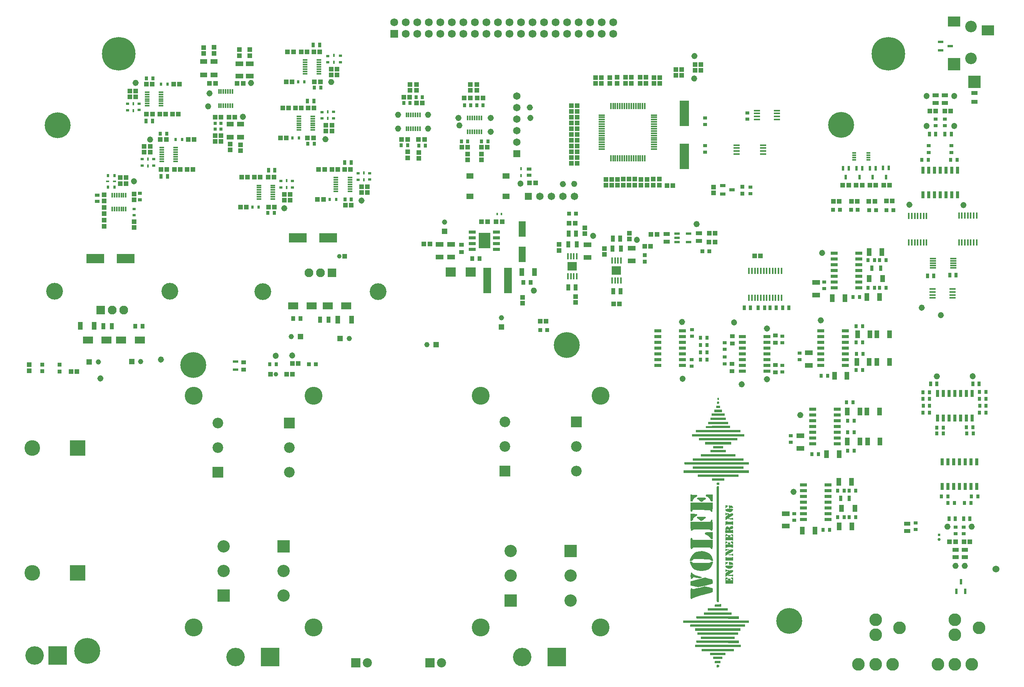
<source format=gbr>
%TF.GenerationSoftware,KiCad,Pcbnew,8.0.8*%
%TF.CreationDate,2025-05-17T22:55:18-04:00*%
%TF.ProjectId,amp board,616d7020-626f-4617-9264-2e6b69636164,rev?*%
%TF.SameCoordinates,Original*%
%TF.FileFunction,Soldermask,Top*%
%TF.FilePolarity,Negative*%
%FSLAX46Y46*%
G04 Gerber Fmt 4.6, Leading zero omitted, Abs format (unit mm)*
G04 Created by KiCad (PCBNEW 8.0.8) date 2025-05-17 22:55:18*
%MOMM*%
%LPD*%
G01*
G04 APERTURE LIST*
%ADD10C,0.685000*%
%ADD11C,0.000000*%
%ADD12R,0.584200X0.584200*%
%ADD13C,0.635000*%
%ADD14R,0.950000X0.950000*%
%ADD15R,0.960000X1.390000*%
%ADD16R,1.525000X0.650000*%
%ADD17R,0.420000X0.640000*%
%ADD18R,1.000000X0.900000*%
%ADD19R,0.750000X0.940000*%
%ADD20R,0.650000X0.900000*%
%ADD21R,0.900000X0.650000*%
%ADD22R,1.820000X1.070000*%
%ADD23R,1.100000X1.000000*%
%ADD24C,4.100000*%
%ADD25C,7.400000*%
%ADD26R,2.355000X2.355000*%
%ADD27C,2.355000*%
%ADD28R,2.250000X1.600000*%
%ADD29R,1.000000X1.100000*%
%ADD30R,1.150000X1.150000*%
%ADD31C,1.150000*%
%ADD32R,0.780000X0.980000*%
%ADD33R,3.450000X3.450000*%
%ADD34C,3.450000*%
%ADD35R,0.940000X0.750000*%
%ADD36R,1.470000X0.970000*%
%ADD37R,1.600000X1.050000*%
%ADD38R,0.600000X1.300000*%
%ADD39R,0.600000X0.700000*%
%ADD40R,2.025000X2.025000*%
%ADD41C,2.025000*%
%ADD42R,4.064000X4.064000*%
%ADD43C,4.064000*%
%ADD44R,1.070000X1.820000*%
%ADD45R,1.200000X0.600000*%
%ADD46R,1.050000X1.800000*%
%ADD47R,1.300000X0.600000*%
%ADD48R,0.950000X1.400000*%
%ADD49C,3.700000*%
%ADD50R,1.000000X0.950000*%
%ADD51R,1.075000X0.300000*%
%ADD52R,0.450000X1.475000*%
%ADD53R,2.200000X2.150000*%
%ADD54R,0.950000X1.000000*%
%ADD55R,0.700000X0.600000*%
%ADD56C,3.600000*%
%ADD57C,5.700000*%
%ADD58R,0.910000X1.390000*%
%ADD59R,0.300000X1.075000*%
%ADD60R,1.650000X0.700000*%
%ADD61R,2.600000X3.500000*%
%ADD62R,0.980000X0.780000*%
%ADD63R,1.050000X1.600000*%
%ADD64R,1.650000X1.650000*%
%ADD65C,1.650000*%
%ADD66R,1.250000X0.600000*%
%ADD67R,2.800000X2.200000*%
%ADD68R,2.800000X2.800000*%
%ADD69C,2.550000*%
%ADD70R,0.450000X1.400000*%
%ADD71R,2.150000X1.846000*%
%ADD72C,3.954000*%
%ADD73R,1.935000X1.935000*%
%ADD74C,1.935000*%
%ADD75C,2.794000*%
%ADD76R,1.725000X1.725000*%
%ADD77C,1.725000*%
%ADD78R,0.650000X1.525000*%
%ADD79R,0.450000X0.600000*%
%ADD80R,1.550000X1.300000*%
%ADD81R,1.371600X0.457200*%
%ADD82R,1.475000X0.450000*%
%ADD83R,0.640000X0.420000*%
%ADD84R,1.425000X0.450000*%
%ADD85R,0.500000X1.000000*%
%ADD86R,0.700000X1.300000*%
%ADD87R,2.100000X5.600000*%
%ADD88R,2.715000X2.715000*%
%ADD89C,2.715000*%
%ADD90R,1.600000X3.500000*%
%ADD91R,1.000000X1.000000*%
%ADD92C,1.000000*%
%ADD93R,1.400000X0.950000*%
%ADD94C,1.524000*%
%ADD95R,0.850000X0.300000*%
%ADD96R,1.700000X5.700000*%
%ADD97R,1.450000X0.300000*%
%ADD98R,0.700000X0.650000*%
%ADD99R,4.000000X2.150000*%
%ADD100R,1.200000X0.650000*%
%ADD101R,1.475000X0.300000*%
%ADD102R,0.300000X1.475000*%
G04 APERTURE END LIST*
%TO.C,TP134*%
D10*
X356425500Y-223393200D02*
G75*
G02*
X355740500Y-223393200I-342500J0D01*
G01*
X355740500Y-223393200D02*
G75*
G02*
X356425500Y-223393200I342500J0D01*
G01*
%TO.C,TP5*%
X377786900Y-282397400D02*
G75*
G02*
X377101900Y-282397400I-342500J0D01*
G01*
X377101900Y-282397400D02*
G75*
G02*
X377786900Y-282397400I342500J0D01*
G01*
%TO.C,TP71*%
X413194500Y-201778000D02*
G75*
G02*
X412509500Y-201778000I-342500J0D01*
G01*
X412509500Y-201778000D02*
G75*
G02*
X413194500Y-201778000I342500J0D01*
G01*
%TO.C,TP17*%
X415226500Y-219202200D02*
G75*
G02*
X414541500Y-219202200I-342500J0D01*
G01*
X414541500Y-219202200D02*
G75*
G02*
X415226500Y-219202200I342500J0D01*
G01*
%TO.C,TP48*%
X304152300Y-201650800D02*
G75*
G02*
X303467300Y-201650800I-342500J0D01*
G01*
X303467300Y-201650800D02*
G75*
G02*
X304152300Y-201650800I342500J0D01*
G01*
%TO.C,TP75*%
X355945100Y-186360000D02*
G75*
G02*
X355260100Y-186360000I-342500J0D01*
G01*
X355260100Y-186360000D02*
G75*
G02*
X355945100Y-186360000I342500J0D01*
G01*
%TO.C,TP54*%
X297244900Y-199300000D02*
G75*
G02*
X296559900Y-199300000I-342500J0D01*
G01*
X296559900Y-199300000D02*
G75*
G02*
X297244900Y-199300000I342500J0D01*
G01*
%TO.C,TP39*%
X364680500Y-245059400D02*
G75*
G02*
X363995500Y-245059400I-342500J0D01*
G01*
X363995500Y-245059400D02*
G75*
G02*
X364680500Y-245059400I342500J0D01*
G01*
%TO.C,TP35*%
X406031700Y-241808200D02*
G75*
G02*
X405346700Y-241808200I-342500J0D01*
G01*
X405346700Y-241808200D02*
G75*
G02*
X406031700Y-241808200I342500J0D01*
G01*
%TO.C,TP80*%
X329450700Y-214528600D02*
G75*
G02*
X328765700Y-214528600I-342500J0D01*
G01*
X328765700Y-214528600D02*
G75*
G02*
X329450700Y-214528600I342500J0D01*
G01*
%TO.C,TP77*%
X319671700Y-197688400D02*
G75*
G02*
X318986700Y-197688400I-342500J0D01*
G01*
X318986700Y-197688400D02*
G75*
G02*
X319671700Y-197688400I342500J0D01*
G01*
%TO.C,TP72*%
X320554700Y-238052200D02*
G75*
G02*
X319869700Y-238052200I-342500J0D01*
G01*
X319869700Y-238052200D02*
G75*
G02*
X320554700Y-238052200I342500J0D01*
G01*
%TO.C,TP37*%
X371927300Y-246405600D02*
G75*
G02*
X371242300Y-246405600I-342500J0D01*
G01*
X371242300Y-246405600D02*
G75*
G02*
X371927300Y-246405600I342500J0D01*
G01*
%TO.C,TP50*%
X311050300Y-199999800D02*
G75*
G02*
X310365300Y-199999800I-342500J0D01*
G01*
X310365300Y-199999800D02*
G75*
G02*
X311050300Y-199999800I342500J0D01*
G01*
%TO.C,TP122*%
X232814700Y-192278200D02*
G75*
G02*
X232129700Y-192278200I-342500J0D01*
G01*
X232129700Y-192278200D02*
G75*
G02*
X232814700Y-192278200I342500J0D01*
G01*
%TO.C,TP53*%
X290640900Y-199300000D02*
G75*
G02*
X289955900Y-199300000I-342500J0D01*
G01*
X289955900Y-199300000D02*
G75*
G02*
X290640900Y-199300000I342500J0D01*
G01*
%TO.C,TP24*%
X248790700Y-197438108D02*
G75*
G02*
X248105700Y-197438108I-342500J0D01*
G01*
X248105700Y-197438108D02*
G75*
G02*
X248790700Y-197438108I342500J0D01*
G01*
%TO.C,TP36*%
X371927300Y-257581600D02*
G75*
G02*
X371242300Y-257581600I-342500J0D01*
G01*
X371242300Y-257581600D02*
G75*
G02*
X371927300Y-257581600I342500J0D01*
G01*
%TO.C,TP82*%
X263678100Y-252413000D02*
G75*
G02*
X262993100Y-252413000I-342500J0D01*
G01*
X262993100Y-252413000D02*
G75*
G02*
X263678100Y-252413000I342500J0D01*
G01*
%TO.C,TP21*%
X258239500Y-192298708D02*
G75*
G02*
X257554500Y-192298708I-342500J0D01*
G01*
X257554500Y-192298708D02*
G75*
G02*
X258239500Y-192298708I342500J0D01*
G01*
%TO.C,TP45*%
X353209900Y-244955600D02*
G75*
G02*
X352524900Y-244955600I-342500J0D01*
G01*
X352524900Y-244955600D02*
G75*
G02*
X353209900Y-244955600I342500J0D01*
G01*
%TO.C,TP65*%
X415511500Y-298697400D02*
G75*
G02*
X414826500Y-298697400I-342500J0D01*
G01*
X414826500Y-298697400D02*
G75*
G02*
X415511500Y-298697400I342500J0D01*
G01*
%TO.C,TP124*%
X282586100Y-218206650D02*
G75*
G02*
X281901100Y-218206650I-342500J0D01*
G01*
X281901100Y-218206650D02*
G75*
G02*
X282586100Y-218206650I342500J0D01*
G01*
%TO.C,TP126*%
X236002700Y-204773600D02*
G75*
G02*
X235317700Y-204773600I-342500J0D01*
G01*
X235317700Y-204773600D02*
G75*
G02*
X236002700Y-204773600I342500J0D01*
G01*
%TO.C,TP129*%
X232444700Y-213966400D02*
G75*
G02*
X231759700Y-213966400I-342500J0D01*
G01*
X231759700Y-213966400D02*
G75*
G02*
X232444700Y-213966400I342500J0D01*
G01*
%TO.C,TP43*%
X383787100Y-244602200D02*
G75*
G02*
X383102100Y-244602200I-342500J0D01*
G01*
X383102100Y-244602200D02*
G75*
G02*
X383787100Y-244602200I342500J0D01*
G01*
%TO.C,TP56*%
X267311900Y-252349200D02*
G75*
G02*
X266626900Y-252349200I-342500J0D01*
G01*
X266626900Y-252349200D02*
G75*
G02*
X267311900Y-252349200I342500J0D01*
G01*
%TO.C,TP47*%
X311050300Y-203047800D02*
G75*
G02*
X310365300Y-203047800I-342500J0D01*
G01*
X310365300Y-203047800D02*
G75*
G02*
X311050300Y-203047800I342500J0D01*
G01*
%TO.C,TP44*%
X353336900Y-257477800D02*
G75*
G02*
X352651900Y-257477800I-342500J0D01*
G01*
X352651900Y-257477800D02*
G75*
G02*
X353336900Y-257477800I342500J0D01*
G01*
D11*
%TO.C,G\u002A\u002A\u002A*%
G36*
X366761070Y-311840963D02*
G01*
X366761070Y-312104428D01*
X360706901Y-312104428D01*
X354652731Y-312104428D01*
X354676279Y-311860198D01*
X354699827Y-311615967D01*
X360730449Y-311596733D01*
X366761070Y-311577499D01*
X366761070Y-311840963D01*
G37*
G36*
X363454561Y-268104355D02*
G01*
X363454561Y-268368334D01*
X360782048Y-268368334D01*
X358109536Y-268368334D01*
X358133084Y-268124103D01*
X358156632Y-267879872D01*
X360805597Y-267860124D01*
X363454561Y-267840375D01*
X363454561Y-268104355D01*
G37*
G36*
X361500715Y-307404863D02*
G01*
X361500715Y-307670700D01*
X360782048Y-307670700D01*
X360063382Y-307670700D01*
X360086930Y-307426470D01*
X360110478Y-307182239D01*
X360805597Y-307160632D01*
X361500715Y-307139025D01*
X361500715Y-307404863D01*
G37*
G36*
X361350419Y-319879200D02*
G01*
X361350419Y-320145257D01*
X360706901Y-320145257D01*
X360063382Y-320145257D01*
X360086930Y-319901026D01*
X360110478Y-319656795D01*
X360730449Y-319634969D01*
X361350419Y-319613143D01*
X361350419Y-319879200D01*
G37*
G36*
X367587697Y-311014783D02*
G01*
X367587697Y-311277801D01*
X360373496Y-311277801D01*
X353159295Y-311277801D01*
X353159295Y-311014783D01*
X353159295Y-310751766D01*
X360373496Y-310751766D01*
X367587697Y-310751766D01*
X367587697Y-311014783D01*
G37*
G36*
X367587697Y-277949695D02*
G01*
X367587697Y-278212712D01*
X360411070Y-278212712D01*
X353234443Y-278212712D01*
X353234443Y-277949695D01*
X353234443Y-277686677D01*
X360411070Y-277686677D01*
X367587697Y-277686677D01*
X367587697Y-277949695D01*
G37*
G36*
X367587697Y-276146528D02*
G01*
X367587697Y-276409929D01*
X360505005Y-276390758D01*
X353422313Y-276371588D01*
X353398764Y-276127357D01*
X353375216Y-275883127D01*
X360481457Y-275883127D01*
X367587697Y-275883127D01*
X367587697Y-276146528D01*
G37*
G36*
X365408407Y-310113577D02*
G01*
X365408407Y-310377164D01*
X360730449Y-310357808D01*
X356052490Y-310338452D01*
X356028942Y-310094221D01*
X356005394Y-309849990D01*
X360706901Y-309849990D01*
X365408407Y-309849990D01*
X365408407Y-310113577D01*
G37*
G36*
X365408407Y-315449080D02*
G01*
X365408407Y-315712667D01*
X360730449Y-315693311D01*
X356052490Y-315673955D01*
X356028942Y-315429724D01*
X356005394Y-315185493D01*
X360706901Y-315185493D01*
X365408407Y-315185493D01*
X365408407Y-315449080D01*
G37*
G36*
X362928526Y-308309458D02*
G01*
X362928526Y-308572476D01*
X360749236Y-308572476D01*
X358569946Y-308572476D01*
X358569946Y-308309458D01*
X358569946Y-308046440D01*
X360749236Y-308046440D01*
X362928526Y-308046440D01*
X362928526Y-308309458D01*
G37*
G36*
X363830301Y-309211233D02*
G01*
X363830301Y-309474251D01*
X360749236Y-309474251D01*
X357668171Y-309474251D01*
X357668171Y-309211233D01*
X357668171Y-308948215D01*
X360749236Y-308948215D01*
X363830301Y-308948215D01*
X363830301Y-309211233D01*
G37*
G36*
X365708999Y-312743186D02*
G01*
X365708999Y-313006203D01*
X360749236Y-313006203D01*
X355789472Y-313006203D01*
X355789472Y-312743186D01*
X355789472Y-312480168D01*
X360749236Y-312480168D01*
X365708999Y-312480168D01*
X365708999Y-312743186D01*
G37*
G36*
X365258112Y-313644961D02*
G01*
X365258112Y-313907979D01*
X360749236Y-313907979D01*
X356240360Y-313907979D01*
X356240360Y-313644961D01*
X356240360Y-313381943D01*
X360749236Y-313381943D01*
X365258112Y-313381943D01*
X365258112Y-313644961D01*
G37*
G36*
X364506632Y-314546736D02*
G01*
X364506632Y-314809754D01*
X360749236Y-314809754D01*
X356991839Y-314809754D01*
X356991839Y-314546736D01*
X356991839Y-314283718D01*
X360749236Y-314283718D01*
X364506632Y-314283718D01*
X364506632Y-314546736D01*
G37*
G36*
X365784147Y-316350286D02*
G01*
X365784147Y-316613304D01*
X360749236Y-316613304D01*
X355714325Y-316613304D01*
X355714325Y-316350286D01*
X355714325Y-316087269D01*
X360749236Y-316087269D01*
X365784147Y-316087269D01*
X365784147Y-316350286D01*
G37*
G36*
X364281188Y-317252061D02*
G01*
X364281188Y-317515079D01*
X360749236Y-317515079D01*
X357217283Y-317515079D01*
X357217283Y-317252061D01*
X357217283Y-316989044D01*
X360749236Y-316989044D01*
X364281188Y-316989044D01*
X364281188Y-317252061D01*
G37*
G36*
X361801307Y-318980464D02*
G01*
X361801307Y-319243482D01*
X360749236Y-319243482D01*
X359697165Y-319243482D01*
X359697165Y-318980464D01*
X359697165Y-318717446D01*
X360749236Y-318717446D01*
X361801307Y-318717446D01*
X361801307Y-318980464D01*
G37*
G36*
X360805597Y-272292804D02*
G01*
X361914029Y-272313600D01*
X361937577Y-272557831D01*
X361961125Y-272802061D01*
X360829145Y-272802061D01*
X359697165Y-272802061D01*
X359697165Y-272537035D01*
X359697165Y-272272008D01*
X360805597Y-272292804D01*
G37*
G36*
X361275271Y-263671588D02*
G01*
X361275271Y-263934606D01*
X360824384Y-263934606D01*
X360373496Y-263934606D01*
X360373496Y-263671588D01*
X360373496Y-263408570D01*
X360824384Y-263408570D01*
X361275271Y-263408570D01*
X361275271Y-263671588D01*
G37*
G36*
X361651011Y-264573363D02*
G01*
X361651011Y-264836381D01*
X360824384Y-264836381D01*
X359997756Y-264836381D01*
X359997756Y-264573363D01*
X359997756Y-264310345D01*
X360824384Y-264310345D01*
X361651011Y-264310345D01*
X361651011Y-264573363D01*
G37*
G36*
X362252194Y-265399990D02*
G01*
X362252194Y-265663008D01*
X360824384Y-265663008D01*
X359396573Y-265663008D01*
X359396573Y-265399990D01*
X359396573Y-265136973D01*
X360824384Y-265136973D01*
X362252194Y-265136973D01*
X362252194Y-265399990D01*
G37*
G36*
X362552786Y-266301766D02*
G01*
X362552786Y-266564783D01*
X360824384Y-266564783D01*
X359095981Y-266564783D01*
X359095981Y-266301766D01*
X359095981Y-266038748D01*
X360824384Y-266038748D01*
X362552786Y-266038748D01*
X362552786Y-266301766D01*
G37*
G36*
X363003674Y-267203541D02*
G01*
X363003674Y-267466558D01*
X360824384Y-267466558D01*
X358645094Y-267466558D01*
X358645094Y-267203541D01*
X358645094Y-266940523D01*
X360824384Y-266940523D01*
X363003674Y-266940523D01*
X363003674Y-267203541D01*
G37*
G36*
X365708999Y-269007091D02*
G01*
X365708999Y-269270109D01*
X360824384Y-269270109D01*
X355939768Y-269270109D01*
X355939768Y-269007091D01*
X355939768Y-268744073D01*
X360824384Y-268744073D01*
X365708999Y-268744073D01*
X365708999Y-269007091D01*
G37*
G36*
X366610774Y-269908866D02*
G01*
X366610774Y-270171884D01*
X360824384Y-270171884D01*
X355037993Y-270171884D01*
X355037993Y-269908866D01*
X355037993Y-269645848D01*
X360824384Y-269645848D01*
X366610774Y-269645848D01*
X366610774Y-269908866D01*
G37*
G36*
X365032668Y-270810641D02*
G01*
X365032668Y-271073659D01*
X360824384Y-271073659D01*
X356616100Y-271073659D01*
X356616100Y-270810641D01*
X356616100Y-270547624D01*
X360824384Y-270547624D01*
X365032668Y-270547624D01*
X365032668Y-270810641D01*
G37*
G36*
X363680005Y-271674843D02*
G01*
X363680005Y-271975434D01*
X360824384Y-271975434D01*
X357968762Y-271975434D01*
X357968762Y-271674843D01*
X357968762Y-271374251D01*
X360824384Y-271374251D01*
X363680005Y-271374251D01*
X363680005Y-271674843D01*
G37*
G36*
X362552786Y-273440819D02*
G01*
X362552786Y-273703837D01*
X360824384Y-273703837D01*
X359095981Y-273703837D01*
X359095981Y-273440819D01*
X359095981Y-273177801D01*
X360824384Y-273177801D01*
X362552786Y-273177801D01*
X362552786Y-273440819D01*
G37*
G36*
X364656928Y-274342594D02*
G01*
X364656928Y-274605612D01*
X360824384Y-274605612D01*
X356991839Y-274605612D01*
X356991839Y-274342594D01*
X356991839Y-274079576D01*
X360824384Y-274079576D01*
X364656928Y-274079576D01*
X364656928Y-274342594D01*
G37*
G36*
X366385330Y-275244369D02*
G01*
X366385330Y-275507387D01*
X360824384Y-275507387D01*
X355263437Y-275507387D01*
X355263437Y-275244369D01*
X355263437Y-274981351D01*
X360824384Y-274981351D01*
X366385330Y-274981351D01*
X366385330Y-275244369D01*
G37*
G36*
X366385330Y-277047919D02*
G01*
X366385330Y-277310937D01*
X360824384Y-277310937D01*
X355263437Y-277310937D01*
X355263437Y-277047919D01*
X355263437Y-276784902D01*
X360824384Y-276784902D01*
X366385330Y-276784902D01*
X366385330Y-277047919D01*
G37*
G36*
X362177046Y-279678097D02*
G01*
X362177046Y-279941115D01*
X360824384Y-279941115D01*
X359471721Y-279941115D01*
X359471721Y-279678097D01*
X359471721Y-279415079D01*
X360824384Y-279415079D01*
X362177046Y-279415079D01*
X362177046Y-279678097D01*
G37*
G36*
X362725636Y-285366701D02*
G01*
X362940841Y-285407061D01*
X363050132Y-285476303D01*
X363038749Y-285555492D01*
X362920930Y-285617194D01*
X362752509Y-285709512D01*
X362581206Y-285857206D01*
X362407647Y-286044479D01*
X362414676Y-285694271D01*
X362421706Y-285344063D01*
X362725636Y-285366701D01*
G37*
G36*
X362725636Y-297841257D02*
G01*
X362940841Y-297881617D01*
X363050132Y-297950859D01*
X363038749Y-298030048D01*
X362920930Y-298091750D01*
X362752509Y-298184068D01*
X362581206Y-298331762D01*
X362407647Y-298519036D01*
X362414676Y-298168827D01*
X362421706Y-297818619D01*
X362725636Y-297841257D01*
G37*
G36*
X360975851Y-262521457D02*
G01*
X361037976Y-262595827D01*
X361049827Y-262769813D01*
X361037260Y-262946524D01*
X360973514Y-263019004D01*
X360824384Y-263032831D01*
X360672917Y-263018168D01*
X360610791Y-262943798D01*
X360598940Y-262769813D01*
X360611508Y-262593101D01*
X360675253Y-262520622D01*
X360824384Y-262506795D01*
X360975851Y-262521457D01*
G37*
G36*
X360927971Y-261634442D02*
G01*
X360969767Y-261749300D01*
X360974680Y-261868038D01*
X360957867Y-262049315D01*
X360892234Y-262122458D01*
X360824384Y-262131056D01*
X360720797Y-262101634D01*
X360679001Y-261986775D01*
X360674088Y-261868038D01*
X360690900Y-261686760D01*
X360756534Y-261613618D01*
X360824384Y-261605020D01*
X360927971Y-261634442D01*
G37*
G36*
X362463651Y-318097992D02*
G01*
X362451678Y-318297129D01*
X362386645Y-318381341D01*
X362284395Y-318391845D01*
X362055419Y-318399369D01*
X361723262Y-318403661D01*
X361311471Y-318404470D01*
X360843590Y-318401547D01*
X360672230Y-318399611D01*
X359058407Y-318379280D01*
X359058407Y-318116263D01*
X359058407Y-317853245D01*
X360749236Y-317853245D01*
X362440064Y-317853245D01*
X362463651Y-318097992D01*
G37*
G36*
X362640934Y-293331472D02*
G01*
X362829177Y-293373671D01*
X362882466Y-293457793D01*
X362802336Y-293596044D01*
X362688807Y-293711973D01*
X362542507Y-293842104D01*
X362447581Y-293913783D01*
X362435341Y-293918629D01*
X362414892Y-293851818D01*
X362403402Y-293684643D01*
X362402490Y-293613277D01*
X362409586Y-293419647D01*
X362453187Y-293336726D01*
X362566765Y-293324956D01*
X362640934Y-293331472D01*
G37*
G36*
X364036276Y-291748440D02*
G01*
X364111114Y-291804627D01*
X364130304Y-291951234D01*
X364130893Y-292039931D01*
X364115346Y-292228178D01*
X364076509Y-292332867D01*
X364060809Y-292340523D01*
X363984502Y-292278499D01*
X363942997Y-292190147D01*
X363838884Y-292030799D01*
X363750064Y-291962060D01*
X363621480Y-291861007D01*
X363635797Y-291783372D01*
X363785958Y-291742495D01*
X363867875Y-291739340D01*
X364036276Y-291748440D01*
G37*
G36*
X364036276Y-293326546D02*
G01*
X364111114Y-293382734D01*
X364130304Y-293529340D01*
X364130893Y-293618038D01*
X364123833Y-293806367D01*
X364106199Y-293911023D01*
X364099099Y-293918629D01*
X364020485Y-293867246D01*
X363890148Y-293743017D01*
X363749799Y-293590822D01*
X363641146Y-293455541D01*
X363604857Y-293386813D01*
X363670936Y-293340958D01*
X363833415Y-293318043D01*
X363867875Y-293317446D01*
X364036276Y-293326546D01*
G37*
G36*
X358772029Y-301501781D02*
G01*
X359584443Y-301705312D01*
X359605888Y-302151764D01*
X359627333Y-302598215D01*
X358078063Y-303006901D01*
X356528792Y-303415586D01*
X355914902Y-303287916D01*
X355586509Y-303217253D01*
X355277851Y-303146801D01*
X355047532Y-303090009D01*
X355019206Y-303082355D01*
X354737401Y-303004464D01*
X354737401Y-302572284D01*
X354737401Y-302140103D01*
X356348508Y-301719176D01*
X357959616Y-301298250D01*
X358772029Y-301501781D01*
G37*
G36*
X360941694Y-320528959D02*
G01*
X361027224Y-320578123D01*
X361049155Y-320706404D01*
X361049827Y-320784014D01*
X361040727Y-320952415D01*
X360984540Y-321027253D01*
X360837933Y-321046444D01*
X360749236Y-321047032D01*
X360556777Y-321039069D01*
X360471248Y-320989905D01*
X360449316Y-320861624D01*
X360448644Y-320784014D01*
X360457744Y-320615613D01*
X360513932Y-320540775D01*
X360660538Y-320521584D01*
X360749236Y-320520996D01*
X360941694Y-320528959D01*
G37*
G36*
X361016842Y-280324817D02*
G01*
X361102371Y-280373981D01*
X361124303Y-280502262D01*
X361124975Y-280579872D01*
X361115875Y-280748273D01*
X361059688Y-280823111D01*
X360913081Y-280842302D01*
X360824384Y-280842890D01*
X360631925Y-280834927D01*
X360546396Y-280785763D01*
X360524464Y-280657482D01*
X360523792Y-280579872D01*
X360532892Y-280411471D01*
X360589080Y-280336633D01*
X360735686Y-280317442D01*
X360824384Y-280316854D01*
X361016842Y-280324817D01*
G37*
G36*
X365319272Y-278795625D02*
G01*
X365307944Y-278992382D01*
X365244124Y-279078145D01*
X365152859Y-279084687D01*
X364924850Y-279090216D01*
X364573650Y-279094676D01*
X364112808Y-279098012D01*
X363555874Y-279100170D01*
X362916400Y-279101093D01*
X362207934Y-279100728D01*
X361444028Y-279099019D01*
X360749236Y-279096415D01*
X356353082Y-279076914D01*
X356353082Y-278813896D01*
X356353082Y-278550878D01*
X360824384Y-278550878D01*
X365295685Y-278550878D01*
X365319272Y-278795625D01*
G37*
G36*
X363586070Y-285399855D02*
G01*
X363892509Y-285476225D01*
X364070299Y-285616593D01*
X364130747Y-285830164D01*
X364130893Y-285843559D01*
X364117636Y-285938546D01*
X364052668Y-285980517D01*
X363898187Y-285982184D01*
X363755153Y-285969931D01*
X363499264Y-285961457D01*
X363385650Y-285998777D01*
X363379413Y-286018536D01*
X363327622Y-286099031D01*
X363304265Y-286103245D01*
X363261328Y-286035674D01*
X363234126Y-285862969D01*
X363229117Y-285728943D01*
X363229117Y-285354641D01*
X363586070Y-285399855D01*
G37*
G36*
X363586070Y-297874411D02*
G01*
X363892509Y-297950782D01*
X364070299Y-298091149D01*
X364130747Y-298304721D01*
X364130893Y-298318115D01*
X364117636Y-298413103D01*
X364052668Y-298455073D01*
X363898187Y-298456740D01*
X363755153Y-298444487D01*
X363499264Y-298436013D01*
X363385650Y-298473333D01*
X363379413Y-298493092D01*
X363327622Y-298573587D01*
X363304265Y-298577801D01*
X363261328Y-298510230D01*
X363234126Y-298337525D01*
X363229117Y-298203499D01*
X363229117Y-297829197D01*
X363586070Y-297874411D01*
G37*
G36*
X355470094Y-287246530D02*
G01*
X355807347Y-287258589D01*
X356022907Y-287275540D01*
X356145357Y-287304438D01*
X356203284Y-287352340D01*
X356225274Y-287426302D01*
X356226285Y-287433190D01*
X356205986Y-287563013D01*
X356083810Y-287677152D01*
X355963267Y-287745255D01*
X355594051Y-287995743D01*
X355360262Y-288301997D01*
X355284019Y-288507979D01*
X355216445Y-288690641D01*
X355105735Y-288772013D01*
X354977303Y-288794545D01*
X354737401Y-288818093D01*
X354737401Y-288021557D01*
X354737401Y-287225021D01*
X355470094Y-287246530D01*
G37*
G36*
X359622017Y-283733456D02*
G01*
X359622017Y-284525138D01*
X359404720Y-284525138D01*
X359234456Y-284493574D01*
X359150295Y-284370754D01*
X359136705Y-284323065D01*
X358972191Y-283967298D01*
X358681651Y-283673389D01*
X358429921Y-283523538D01*
X358212256Y-283403752D01*
X358106891Y-283292898D01*
X358081484Y-283171359D01*
X358086565Y-283087317D01*
X358119866Y-283032351D01*
X358208475Y-282999139D01*
X358379479Y-282980362D01*
X358659966Y-282968698D01*
X358851751Y-282963190D01*
X359622017Y-282941774D01*
X359622017Y-283733456D01*
G37*
G36*
X364119971Y-296824763D02*
G01*
X364130441Y-297033367D01*
X364130893Y-297116174D01*
X364130893Y-297563304D01*
X363266691Y-297563304D01*
X362402490Y-297563304D01*
X362402490Y-297116174D01*
X362408938Y-296869479D01*
X362431693Y-296752398D01*
X362475876Y-296744667D01*
X362492668Y-296759221D01*
X362613486Y-296804786D01*
X362840372Y-296834866D01*
X363129898Y-296849459D01*
X363438637Y-296848567D01*
X363723161Y-296832190D01*
X363940042Y-296800327D01*
X364040715Y-296759221D01*
X364091769Y-296740136D01*
X364119971Y-296824763D01*
G37*
G36*
X362594117Y-294965956D02*
G01*
X362708682Y-295014727D01*
X362909761Y-295052199D01*
X362989443Y-295059891D01*
X363184391Y-295082703D01*
X363251326Y-295120043D01*
X363218644Y-295177357D01*
X363080531Y-295243605D01*
X362881093Y-295271292D01*
X362880357Y-295271292D01*
X362698540Y-295292388D01*
X362592395Y-295343456D01*
X362590360Y-295346440D01*
X362502530Y-295423366D01*
X362434593Y-295366544D01*
X362403061Y-295192482D01*
X362402490Y-295158570D01*
X362423868Y-294958553D01*
X362490371Y-294899393D01*
X362594117Y-294965956D01*
G37*
G36*
X355470094Y-283038246D02*
G01*
X355807456Y-283050353D01*
X356023098Y-283067398D01*
X356145581Y-283096373D01*
X356203465Y-283144270D01*
X356225312Y-283218082D01*
X356226078Y-283223327D01*
X356211480Y-283338241D01*
X356109780Y-283435722D01*
X355908703Y-283537594D01*
X355615863Y-283723606D01*
X355394283Y-283973701D01*
X355275440Y-284247937D01*
X355263718Y-284356056D01*
X355239884Y-284471205D01*
X355140394Y-284518150D01*
X355000419Y-284525138D01*
X354737401Y-284525138D01*
X354737401Y-283770938D01*
X354737401Y-283016737D01*
X355470094Y-283038246D01*
G37*
G36*
X364037818Y-295057239D02*
G01*
X364114671Y-295115072D01*
X364130874Y-295254834D01*
X364130893Y-295264715D01*
X364117720Y-295375318D01*
X364061837Y-295471976D01*
X363938693Y-295577381D01*
X363723737Y-295714226D01*
X363510922Y-295837776D01*
X363206105Y-296016505D01*
X362922367Y-296190851D01*
X362705521Y-296332377D01*
X362646721Y-296374213D01*
X362402490Y-296556456D01*
X362402490Y-296146460D01*
X362402490Y-295736464D01*
X362991491Y-295391156D01*
X363375130Y-295185362D01*
X363668286Y-295073349D01*
X363855693Y-295045848D01*
X364037818Y-295057239D01*
G37*
G36*
X364106116Y-295983636D02*
G01*
X364128797Y-296128314D01*
X364130893Y-296252476D01*
X364126327Y-296443081D01*
X364097050Y-296509685D01*
X364019689Y-296478578D01*
X363963876Y-296440346D01*
X363756087Y-296360734D01*
X363440806Y-296324705D01*
X363358257Y-296323363D01*
X363106243Y-296311906D01*
X362976597Y-296279616D01*
X362966100Y-296248215D01*
X363061623Y-296206170D01*
X363257041Y-296178897D01*
X363416055Y-296173067D01*
X363723267Y-296148063D01*
X363913531Y-296076517D01*
X363932287Y-296060345D01*
X364045804Y-295966002D01*
X364106116Y-295983636D01*
G37*
G36*
X359622017Y-292039931D02*
G01*
X359622017Y-292791411D01*
X359398005Y-292791411D01*
X359222501Y-292760493D01*
X359138542Y-292645520D01*
X359128907Y-292611775D01*
X358997512Y-292367384D01*
X358744824Y-292138034D01*
X358399554Y-291948184D01*
X358306928Y-291911519D01*
X358075542Y-291812072D01*
X357955064Y-291713841D01*
X357909421Y-291586656D01*
X357908358Y-291578164D01*
X357911883Y-291463508D01*
X357968029Y-291383523D01*
X358098066Y-291332180D01*
X358323265Y-291303449D01*
X358664896Y-291291303D01*
X358926898Y-291289478D01*
X359622017Y-291288452D01*
X359622017Y-292039931D01*
G37*
G36*
X363639259Y-286142787D02*
G01*
X363886708Y-286151356D01*
X364034195Y-286170521D01*
X364106874Y-286204279D01*
X364129902Y-286256627D01*
X364130893Y-286278108D01*
X364080417Y-286415898D01*
X363954869Y-286588681D01*
X363911229Y-286635061D01*
X363730961Y-286781622D01*
X363535583Y-286844541D01*
X363343888Y-286854724D01*
X362990199Y-286811292D01*
X362695303Y-286692491D01*
X362499299Y-286515564D01*
X362479866Y-286483147D01*
X362414399Y-286343654D01*
X362406533Y-286248191D01*
X362475322Y-286188470D01*
X362639819Y-286156199D01*
X362919080Y-286143089D01*
X363266691Y-286140819D01*
X363639259Y-286142787D01*
G37*
G36*
X363639259Y-298617343D02*
G01*
X363886708Y-298625912D01*
X364034195Y-298645077D01*
X364106874Y-298678835D01*
X364129902Y-298731183D01*
X364130893Y-298752665D01*
X364080417Y-298890454D01*
X363954869Y-299063237D01*
X363911229Y-299109617D01*
X363730961Y-299256178D01*
X363535583Y-299319097D01*
X363343888Y-299329280D01*
X362990199Y-299285848D01*
X362695303Y-299167047D01*
X362499299Y-298990120D01*
X362479866Y-298957703D01*
X362414399Y-298818210D01*
X362406533Y-298722747D01*
X362475322Y-298663026D01*
X362639819Y-298630755D01*
X362919080Y-298617645D01*
X363266691Y-298615375D01*
X363639259Y-298617343D01*
G37*
G36*
X364098789Y-288112136D02*
G01*
X364130322Y-288286197D01*
X364130893Y-288320109D01*
X364113128Y-288493972D01*
X364069448Y-288580861D01*
X364060180Y-288583127D01*
X363958404Y-288528502D01*
X363943023Y-288507979D01*
X363849295Y-288469519D01*
X363649675Y-288442424D01*
X363403351Y-288432831D01*
X363142641Y-288428782D01*
X363007052Y-288411923D01*
X362971517Y-288375184D01*
X363003674Y-288320109D01*
X363161209Y-288239061D01*
X363454401Y-288207733D01*
X363496902Y-288207387D01*
X363729538Y-288194316D01*
X363895260Y-288160783D01*
X363943023Y-288132239D01*
X364030853Y-288055313D01*
X364098789Y-288112136D01*
G37*
G36*
X364098789Y-300586692D02*
G01*
X364130322Y-300760753D01*
X364130893Y-300794665D01*
X364113128Y-300968528D01*
X364069448Y-301055417D01*
X364060180Y-301057683D01*
X363958404Y-301003058D01*
X363943023Y-300982535D01*
X363849295Y-300944075D01*
X363649675Y-300916980D01*
X363403351Y-300907387D01*
X363142641Y-300903338D01*
X363007052Y-300886479D01*
X362971517Y-300849740D01*
X363003674Y-300794665D01*
X363161209Y-300713617D01*
X363454401Y-300682289D01*
X363496902Y-300681943D01*
X363729538Y-300668872D01*
X363895260Y-300635339D01*
X363943023Y-300606795D01*
X364030853Y-300529869D01*
X364098789Y-300586692D01*
G37*
G36*
X357531606Y-287870266D02*
G01*
X357795962Y-287876373D01*
X357960381Y-287892002D01*
X358050042Y-287921612D01*
X358090125Y-287969662D01*
X358105703Y-288039869D01*
X358090076Y-288170273D01*
X357976448Y-288268823D01*
X357862948Y-288322066D01*
X357650190Y-288446927D01*
X357485383Y-288603615D01*
X357473134Y-288621092D01*
X357307408Y-288768306D01*
X357107451Y-288807267D01*
X356925420Y-288734781D01*
X356859241Y-288658687D01*
X356731712Y-288530277D01*
X356533956Y-288401288D01*
X356484212Y-288376291D01*
X356289475Y-288258501D01*
X356209866Y-288128051D01*
X356202786Y-288056500D01*
X356202786Y-287869221D01*
X357142135Y-287869221D01*
X357531606Y-287870266D01*
G37*
G36*
X357531639Y-283662005D02*
G01*
X357796022Y-283668160D01*
X357960457Y-283683831D01*
X358050117Y-283713447D01*
X358090176Y-283761437D01*
X358105551Y-283830427D01*
X358094093Y-283947249D01*
X357999684Y-284041692D01*
X357793015Y-284144202D01*
X357571831Y-284266777D01*
X357429860Y-284399812D01*
X357406931Y-284444387D01*
X357303302Y-284571992D01*
X357135946Y-284598037D01*
X356949480Y-284525125D01*
X356826629Y-284410524D01*
X356651679Y-284249749D01*
X356430110Y-284117636D01*
X356415855Y-284111497D01*
X356238122Y-284014473D01*
X356176224Y-283903855D01*
X356178567Y-283831585D01*
X356194356Y-283760858D01*
X356234768Y-283712991D01*
X356324981Y-283683525D01*
X356490175Y-283668000D01*
X356755529Y-283661957D01*
X357142135Y-283660937D01*
X357531639Y-283662005D01*
G37*
G36*
X355117472Y-292614173D02*
G01*
X355191064Y-292761136D01*
X355259717Y-292941706D01*
X357440867Y-292941706D01*
X359622017Y-292941706D01*
X359622017Y-293909428D01*
X359618961Y-294322856D01*
X359607875Y-294611369D01*
X359585881Y-294800255D01*
X359550101Y-294914808D01*
X359500409Y-294978075D01*
X359404454Y-295029921D01*
X359312631Y-294984900D01*
X359215781Y-294874555D01*
X359052762Y-294670109D01*
X357179709Y-294670109D01*
X355306657Y-294670109D01*
X355143637Y-294874555D01*
X355022935Y-295005199D01*
X354934428Y-295025765D01*
X354859009Y-294978075D01*
X354807558Y-294861132D01*
X354768361Y-294628141D01*
X354741586Y-294312646D01*
X354727404Y-293948189D01*
X354725985Y-293568312D01*
X354737497Y-293206558D01*
X354762110Y-292896471D01*
X354799995Y-292671593D01*
X354846831Y-292568699D01*
X354990758Y-292517737D01*
X355117472Y-292614173D01*
G37*
G36*
X359616084Y-285671144D02*
G01*
X359610829Y-286034256D01*
X359600880Y-286346099D01*
X359587652Y-286573886D01*
X359572563Y-286684829D01*
X359572248Y-286685641D01*
X359473561Y-286768511D01*
X359329139Y-286765330D01*
X359211156Y-286683252D01*
X359193039Y-286648067D01*
X359110311Y-286506163D01*
X359063889Y-286461348D01*
X358969193Y-286446077D01*
X358745600Y-286432332D01*
X358414505Y-286420736D01*
X357997306Y-286411908D01*
X357515397Y-286406470D01*
X357121488Y-286404987D01*
X355259717Y-286403837D01*
X355188289Y-286591706D01*
X355082107Y-286732749D01*
X354940455Y-286778116D01*
X354816691Y-286718721D01*
X354783015Y-286660708D01*
X354765105Y-286541687D01*
X354750499Y-286306904D01*
X354740750Y-285990881D01*
X354737401Y-285646211D01*
X354737401Y-284750582D01*
X357179709Y-284750582D01*
X359622017Y-284750582D01*
X359616084Y-285671144D01*
G37*
G36*
X355090037Y-300203869D02*
G01*
X355149960Y-300303825D01*
X355210018Y-300423274D01*
X355321831Y-300527622D01*
X355507272Y-300627866D01*
X355788216Y-300735003D01*
X356186538Y-300860031D01*
X356353082Y-300908711D01*
X356773284Y-301031464D01*
X357061646Y-301122327D01*
X357231044Y-301189980D01*
X357294353Y-301243107D01*
X357264450Y-301290388D01*
X357154211Y-301340506D01*
X357048613Y-301377681D01*
X356874708Y-301430597D01*
X356722374Y-301452034D01*
X356547047Y-301439997D01*
X356304162Y-301392492D01*
X356054182Y-301333200D01*
X355398121Y-301173426D01*
X355217083Y-301383895D01*
X355063125Y-301518104D01*
X354922402Y-301570771D01*
X354905510Y-301569225D01*
X354842565Y-301537920D01*
X354803490Y-301454330D01*
X354782918Y-301289641D01*
X354775477Y-301015040D01*
X354774975Y-300868784D01*
X354777358Y-300547555D01*
X354789137Y-300346761D01*
X354817261Y-300236561D01*
X354868679Y-300187113D01*
X354937604Y-300170314D01*
X355090037Y-300203869D01*
G37*
G36*
X364095773Y-288877020D02*
G01*
X364122910Y-289055833D01*
X364130893Y-289259458D01*
X364120187Y-289497252D01*
X364092360Y-289660632D01*
X364060180Y-289710345D01*
X363958404Y-289655721D01*
X363943023Y-289635198D01*
X363851308Y-289600771D01*
X363647580Y-289574641D01*
X363370067Y-289561056D01*
X363266691Y-289560050D01*
X362972934Y-289568453D01*
X362740085Y-289590832D01*
X362606373Y-289622939D01*
X362590360Y-289635198D01*
X362506148Y-289714367D01*
X362444519Y-289652144D01*
X362409341Y-289456261D01*
X362402490Y-289259458D01*
X362413898Y-289019289D01*
X362443701Y-288856463D01*
X362477638Y-288808570D01*
X362550602Y-288865756D01*
X362552786Y-288883718D01*
X362623992Y-288919164D01*
X362822225Y-288944624D01*
X363124404Y-288957669D01*
X363266691Y-288958866D01*
X363603430Y-288951371D01*
X363845300Y-288930504D01*
X363969221Y-288898696D01*
X363980597Y-288883718D01*
X364037782Y-288810754D01*
X364055745Y-288808570D01*
X364095773Y-288877020D01*
G37*
G36*
X363435884Y-293561645D02*
G01*
X363558135Y-293622670D01*
X363547368Y-293731105D01*
X363447804Y-293837982D01*
X363266691Y-293988777D01*
X363698792Y-293991277D01*
X364130893Y-293993777D01*
X364130893Y-294369517D01*
X364118172Y-294583865D01*
X364085647Y-294719909D01*
X364060180Y-294745257D01*
X363958404Y-294690632D01*
X363943023Y-294670109D01*
X363851308Y-294635682D01*
X363647580Y-294609552D01*
X363370067Y-294595967D01*
X363266691Y-294594961D01*
X362972934Y-294603364D01*
X362740085Y-294625743D01*
X362606373Y-294657850D01*
X362590360Y-294670109D01*
X362505200Y-294748734D01*
X362441718Y-294689011D01*
X362406933Y-294502170D01*
X362402490Y-294369517D01*
X362402490Y-293993777D01*
X362778230Y-293993777D01*
X363014414Y-293976521D01*
X363137705Y-293931890D01*
X363135579Y-293870590D01*
X362999537Y-293804595D01*
X362880353Y-293733089D01*
X362892584Y-293653333D01*
X363020225Y-293586337D01*
X363188468Y-293556550D01*
X363435884Y-293561645D01*
G37*
G36*
X357674105Y-295492550D02*
G01*
X358285500Y-295648132D01*
X358796623Y-295906022D01*
X359200261Y-296259738D01*
X359489204Y-296702801D01*
X359656240Y-297228730D01*
X359665406Y-297282143D01*
X359691323Y-297481086D01*
X359670822Y-297573191D01*
X359584155Y-297599533D01*
X359512158Y-297600878D01*
X359293412Y-297535876D01*
X359171143Y-297431795D01*
X359123690Y-297378742D01*
X359065314Y-297337829D01*
X358976960Y-297307169D01*
X358839572Y-297284873D01*
X358634093Y-297269054D01*
X358341467Y-297257823D01*
X357942638Y-297249292D01*
X357418550Y-297241573D01*
X357225526Y-297239022D01*
X355416708Y-297215331D01*
X355223935Y-297408105D01*
X355052481Y-297529296D01*
X354861567Y-297594922D01*
X354695165Y-297599263D01*
X354597248Y-297536594D01*
X354587106Y-297490975D01*
X354627190Y-297278029D01*
X354731978Y-296992935D01*
X354878269Y-296685455D01*
X355042863Y-296405351D01*
X355173811Y-296232546D01*
X355591690Y-295878809D01*
X356102910Y-295626795D01*
X356684218Y-295483384D01*
X357312360Y-295455459D01*
X357674105Y-295492550D01*
G37*
G36*
X362857645Y-301295564D02*
G01*
X362914528Y-301346044D01*
X362841661Y-301454313D01*
X362740656Y-301552726D01*
X362590341Y-301719336D01*
X362575570Y-301823081D01*
X362699916Y-301872864D01*
X362872165Y-301880368D01*
X363067009Y-301874724D01*
X363130987Y-301853872D01*
X363083528Y-301802055D01*
X363022461Y-301758480D01*
X362883338Y-301637671D01*
X362880389Y-301559139D01*
X363017693Y-301517950D01*
X363229117Y-301508570D01*
X363480602Y-301523640D01*
X363588596Y-301572140D01*
X363557181Y-301659002D01*
X363435774Y-301758480D01*
X363343136Y-301829340D01*
X363345761Y-301864596D01*
X363464115Y-301877525D01*
X363623644Y-301880368D01*
X363870439Y-301856895D01*
X363980805Y-301784987D01*
X363950699Y-301672801D01*
X363792727Y-301539234D01*
X363638395Y-301412324D01*
X363628096Y-301328338D01*
X363761785Y-301287435D01*
X363867875Y-301283127D01*
X364130893Y-301283127D01*
X364130893Y-301940671D01*
X364130893Y-302598215D01*
X363266691Y-302598215D01*
X362402490Y-302598215D01*
X362402490Y-301940671D01*
X362402490Y-301283127D01*
X362665508Y-301283127D01*
X362857645Y-301295564D01*
G37*
G36*
X359645087Y-297790892D02*
G01*
X359694705Y-297919400D01*
X359659950Y-298150727D01*
X359589163Y-298373579D01*
X359335186Y-298880933D01*
X358975060Y-299284401D01*
X358513896Y-299581137D01*
X357956811Y-299768293D01*
X357308918Y-299843023D01*
X356958747Y-299837678D01*
X356427640Y-299780294D01*
X355992891Y-299660933D01*
X355607508Y-299462779D01*
X355322267Y-299252069D01*
X355095118Y-299003344D01*
X354880181Y-298662171D01*
X354708897Y-298285163D01*
X354624350Y-297995405D01*
X354601268Y-297829617D01*
X354650133Y-297763433D01*
X354808662Y-297751191D01*
X354826076Y-297751174D01*
X355063325Y-297800447D01*
X355170849Y-297901470D01*
X355206289Y-297947861D01*
X355259577Y-297983586D01*
X355348945Y-298010033D01*
X355492621Y-298028593D01*
X355708836Y-298040654D01*
X356015820Y-298047606D01*
X356431802Y-298050839D01*
X356975014Y-298051741D01*
X357142772Y-298051766D01*
X357724041Y-298051173D01*
X358173799Y-298048466D01*
X358510833Y-298042254D01*
X358753925Y-298031145D01*
X358921860Y-298013746D01*
X359033423Y-297988666D01*
X359107398Y-297954513D01*
X359162569Y-297909896D01*
X359171129Y-297901470D01*
X359350155Y-297787777D01*
X359509295Y-297751174D01*
X359645087Y-297790892D01*
G37*
G36*
X358725069Y-303426002D02*
G01*
X359622017Y-303641526D01*
X359622017Y-304074990D01*
X359622017Y-304508454D01*
X359340212Y-304590356D01*
X359191322Y-304632504D01*
X358920682Y-304708001D01*
X358551479Y-304810423D01*
X358106901Y-304933346D01*
X357610137Y-305070348D01*
X357195217Y-305184537D01*
X356555728Y-305363501D01*
X356050587Y-305512277D01*
X355667787Y-305634878D01*
X355395324Y-305735314D01*
X355221191Y-305817600D01*
X355149639Y-305868161D01*
X355010275Y-305977850D01*
X354911070Y-305982874D01*
X354850379Y-305942511D01*
X354804024Y-305881540D01*
X354772810Y-305773497D01*
X354754844Y-305594845D01*
X354748233Y-305322047D01*
X354751081Y-304931569D01*
X354754241Y-304747901D01*
X354763132Y-304321525D01*
X354773625Y-304022228D01*
X354789653Y-303826811D01*
X354815149Y-303712077D01*
X354854046Y-303654826D01*
X354910276Y-303631860D01*
X354944394Y-303626229D01*
X355102911Y-303653524D01*
X355159091Y-303720164D01*
X355191169Y-303779800D01*
X355246375Y-303815592D01*
X355344548Y-303824932D01*
X355505523Y-303805210D01*
X355749137Y-303753818D01*
X356095228Y-303668147D01*
X356563632Y-303545588D01*
X356639713Y-303525440D01*
X357828120Y-303210479D01*
X358725069Y-303426002D01*
G37*
G36*
X359531839Y-288598156D02*
G01*
X359560463Y-288698590D01*
X359584192Y-288915905D01*
X359602439Y-289216751D01*
X359614618Y-289567776D01*
X359620141Y-289935626D01*
X359618421Y-290286952D01*
X359608872Y-290588399D01*
X359590905Y-290806617D01*
X359572248Y-290893925D01*
X359473764Y-290979308D01*
X359332180Y-290974479D01*
X359216219Y-290889649D01*
X359192903Y-290837564D01*
X359175506Y-290791913D01*
X359138517Y-290756580D01*
X359064537Y-290730245D01*
X358936165Y-290711588D01*
X358736002Y-290699290D01*
X358446646Y-290692031D01*
X358050698Y-290688491D01*
X357530757Y-290687351D01*
X357211162Y-290687269D01*
X356620836Y-290687685D01*
X356162999Y-290689844D01*
X355819847Y-290695105D01*
X355573573Y-290704830D01*
X355406373Y-290720380D01*
X355300441Y-290743118D01*
X355237970Y-290774404D01*
X355201156Y-290815600D01*
X355185848Y-290842125D01*
X355049479Y-290964619D01*
X354938974Y-290973634D01*
X354872434Y-290957193D01*
X354826119Y-290913868D01*
X354795605Y-290819290D01*
X354776469Y-290649086D01*
X354764287Y-290378887D01*
X354754636Y-289984323D01*
X354754007Y-289954576D01*
X354733039Y-288958866D01*
X356918419Y-288958866D01*
X359103800Y-288958866D01*
X359182390Y-288733422D01*
X359284394Y-288551894D01*
X359411815Y-288518139D01*
X359531839Y-288598156D01*
G37*
G36*
X362498885Y-286994838D02*
G01*
X362539916Y-287030947D01*
X362725110Y-287120492D01*
X362992920Y-287155294D01*
X363000005Y-287155316D01*
X363195862Y-287160912D01*
X363268292Y-287188279D01*
X363244048Y-287253287D01*
X363219532Y-287285528D01*
X363159189Y-287367892D01*
X363186578Y-287367833D01*
X363320408Y-287285528D01*
X363533352Y-287198929D01*
X363789836Y-287156253D01*
X363827657Y-287155316D01*
X364021716Y-287164540D01*
X364108158Y-287211574D01*
X364129404Y-287325457D01*
X364129544Y-287361973D01*
X364114868Y-287460238D01*
X364057639Y-287553213D01*
X363935965Y-287659729D01*
X363727948Y-287798619D01*
X363411694Y-287988714D01*
X363377532Y-288008768D01*
X363077073Y-288188450D01*
X362826300Y-288345031D01*
X362652861Y-288460805D01*
X362585392Y-288516016D01*
X362502505Y-288592758D01*
X362443163Y-288535204D01*
X362415178Y-288358528D01*
X362417350Y-288189656D01*
X362438596Y-287954620D01*
X362491376Y-287812345D01*
X362611306Y-287705351D01*
X362778230Y-287607260D01*
X363116396Y-287418334D01*
X362855382Y-287393534D01*
X362674624Y-287397766D01*
X362572280Y-287440555D01*
X362567315Y-287449895D01*
X362509110Y-287538415D01*
X362451724Y-287500467D01*
X362411574Y-287359067D01*
X362402490Y-287218817D01*
X362407167Y-287026892D01*
X362433265Y-286960481D01*
X362498885Y-286994838D01*
G37*
G36*
X362498885Y-299469394D02*
G01*
X362539916Y-299505503D01*
X362725110Y-299595048D01*
X362992920Y-299629850D01*
X363000005Y-299629872D01*
X363195862Y-299635468D01*
X363268292Y-299662836D01*
X363244048Y-299727843D01*
X363219532Y-299760084D01*
X363159189Y-299842448D01*
X363186578Y-299842389D01*
X363320408Y-299760084D01*
X363533352Y-299673486D01*
X363789836Y-299630809D01*
X363827657Y-299629872D01*
X364021716Y-299639097D01*
X364108158Y-299686130D01*
X364129404Y-299800013D01*
X364129544Y-299836529D01*
X364114868Y-299934794D01*
X364057639Y-300027769D01*
X363935965Y-300134286D01*
X363727948Y-300273175D01*
X363411694Y-300463270D01*
X363377532Y-300483324D01*
X363077073Y-300663006D01*
X362826300Y-300819587D01*
X362652861Y-300935361D01*
X362585392Y-300990572D01*
X362502505Y-301067314D01*
X362443163Y-301009760D01*
X362415178Y-300833084D01*
X362417350Y-300664212D01*
X362438596Y-300429176D01*
X362491376Y-300286901D01*
X362611306Y-300179907D01*
X362778230Y-300081816D01*
X363116396Y-299892890D01*
X362855382Y-299868090D01*
X362674624Y-299872323D01*
X362572280Y-299915111D01*
X362567315Y-299924451D01*
X362509110Y-300012971D01*
X362451724Y-299975024D01*
X362411574Y-299833623D01*
X362402490Y-299693373D01*
X362407167Y-299501448D01*
X362433265Y-299435037D01*
X362498885Y-299469394D01*
G37*
G36*
X362860040Y-291763783D02*
G01*
X362928050Y-291841795D01*
X362928526Y-291852061D01*
X362972782Y-291926358D01*
X363123262Y-291960200D01*
X363266691Y-291964783D01*
X363482600Y-291990481D01*
X363600873Y-292053227D01*
X363605938Y-292131497D01*
X363482222Y-292203768D01*
X363447000Y-292213978D01*
X363329685Y-292270096D01*
X363340719Y-292330926D01*
X363459255Y-292383018D01*
X363664448Y-292412923D01*
X363759588Y-292415671D01*
X364130893Y-292415671D01*
X364130893Y-292806440D01*
X364123538Y-293030800D01*
X364097369Y-293125928D01*
X364046225Y-293112354D01*
X364040715Y-293107032D01*
X363919897Y-293061467D01*
X363693011Y-293031387D01*
X363403485Y-293016794D01*
X363094746Y-293017686D01*
X362810222Y-293034063D01*
X362593340Y-293065926D01*
X362492668Y-293107032D01*
X362439195Y-293128635D01*
X362411204Y-293043225D01*
X362402534Y-292830273D01*
X362402490Y-292806440D01*
X362402490Y-292415671D01*
X362778230Y-292415671D01*
X363006257Y-292396246D01*
X363136397Y-292347723D01*
X363152458Y-292284728D01*
X363038250Y-292221889D01*
X363003674Y-292212001D01*
X362881562Y-292137522D01*
X362853378Y-292071099D01*
X362812396Y-292002669D01*
X362720996Y-292025928D01*
X362626493Y-292118383D01*
X362588157Y-292197169D01*
X362520553Y-292326138D01*
X362456583Y-292319212D01*
X362412613Y-292190252D01*
X362402490Y-292039931D01*
X362410453Y-291847473D01*
X362459617Y-291761944D01*
X362587898Y-291740012D01*
X362665508Y-291739340D01*
X362860040Y-291763783D01*
G37*
G36*
X363956330Y-289811718D02*
G01*
X364053101Y-289930849D01*
X364121197Y-290149419D01*
X364115927Y-290367530D01*
X364039119Y-290519542D01*
X364036656Y-290521631D01*
X363900117Y-290582559D01*
X363697779Y-290623498D01*
X363685491Y-290624768D01*
X363483759Y-290670319D01*
X363397208Y-290738982D01*
X363432705Y-290803580D01*
X363597115Y-290836934D01*
X363631734Y-290837564D01*
X363821114Y-290818106D01*
X363936537Y-290770457D01*
X363943023Y-290762416D01*
X364027086Y-290683181D01*
X364088412Y-290745939D01*
X364123611Y-290943638D01*
X364130893Y-291153186D01*
X364124701Y-291406987D01*
X364102900Y-291531030D01*
X364060656Y-291545466D01*
X364040715Y-291528925D01*
X363919897Y-291483360D01*
X363693011Y-291453281D01*
X363403485Y-291438687D01*
X363094746Y-291439579D01*
X362890952Y-291451310D01*
X362810222Y-291455957D01*
X362593340Y-291487820D01*
X362492668Y-291528925D01*
X362443151Y-291518473D01*
X362410996Y-291393167D01*
X362395523Y-291187364D01*
X362396049Y-290935420D01*
X362407571Y-290743629D01*
X362571573Y-290743629D01*
X362603638Y-290805466D01*
X362762453Y-290834256D01*
X362890952Y-290837564D01*
X363117103Y-290823454D01*
X363209552Y-290778344D01*
X363210330Y-290743629D01*
X363120220Y-290681314D01*
X362934139Y-290650647D01*
X362890952Y-290649695D01*
X362692315Y-290672305D01*
X362579152Y-290729650D01*
X362571573Y-290743629D01*
X362407571Y-290743629D01*
X362411893Y-290671690D01*
X362442373Y-290430530D01*
X362486808Y-290246296D01*
X362519473Y-290177954D01*
X362688945Y-290045369D01*
X362902186Y-290012833D01*
X363098750Y-290082339D01*
X363172206Y-290156429D01*
X363254416Y-290258018D01*
X363312477Y-290235652D01*
X363364974Y-290156429D01*
X363507620Y-290042041D01*
X363643068Y-290010937D01*
X363793690Y-289971629D01*
X363830301Y-289898215D01*
X363868241Y-289797145D01*
X363956330Y-289811718D01*
G37*
G36*
X360805633Y-281157281D02*
G01*
X361012254Y-281181056D01*
X361031258Y-293897082D01*
X361033657Y-295516311D01*
X361035748Y-296991956D01*
X361037462Y-298330730D01*
X361038733Y-299539345D01*
X361039491Y-300624512D01*
X361039668Y-301592946D01*
X361039197Y-302451357D01*
X361038009Y-303206457D01*
X361036037Y-303864960D01*
X361033211Y-304433577D01*
X361029465Y-304919020D01*
X361024730Y-305328002D01*
X361018937Y-305667234D01*
X361012020Y-305943430D01*
X361003909Y-306163301D01*
X360994537Y-306333559D01*
X360983835Y-306460917D01*
X360971736Y-306552086D01*
X360958171Y-306613780D01*
X360943073Y-306652710D01*
X360926373Y-306675589D01*
X360908003Y-306689128D01*
X360901471Y-306692740D01*
X360764460Y-306728013D01*
X360632411Y-306650859D01*
X360600662Y-306620352D01*
X360581124Y-306599368D01*
X360563335Y-306572752D01*
X360547215Y-306533685D01*
X360532681Y-306475349D01*
X360519651Y-306390924D01*
X360508042Y-306273593D01*
X360497773Y-306116537D01*
X360488761Y-305912936D01*
X360480925Y-305655972D01*
X360474182Y-305338827D01*
X360468450Y-304954681D01*
X360463648Y-304496717D01*
X360459691Y-303958114D01*
X360456500Y-303332055D01*
X360453991Y-302611721D01*
X360452083Y-301790293D01*
X360450693Y-300860952D01*
X360449740Y-299816880D01*
X360449140Y-298651259D01*
X360448812Y-297357268D01*
X360448674Y-295928090D01*
X360448644Y-294356905D01*
X360448644Y-293998670D01*
X360449102Y-292196152D01*
X360450470Y-290526329D01*
X360452740Y-288990660D01*
X360455903Y-287590604D01*
X360459951Y-286327619D01*
X360464874Y-285203166D01*
X360470663Y-284218702D01*
X360477312Y-283375686D01*
X360484810Y-282675579D01*
X360493149Y-282119838D01*
X360502320Y-281709922D01*
X360512315Y-281447291D01*
X360523125Y-281333403D01*
X360523828Y-281331256D01*
X360613532Y-281186151D01*
X360760944Y-281153369D01*
X360805633Y-281157281D01*
G37*
%TO.C,TP67*%
D10*
X413194500Y-195174000D02*
G75*
G02*
X412509500Y-195174000I-342500J0D01*
G01*
X412509500Y-195174000D02*
G75*
G02*
X413194500Y-195174000I342500J0D01*
G01*
%TO.C,TP16*%
X403313900Y-219126000D02*
G75*
G02*
X402628900Y-219126000I-342500J0D01*
G01*
X402628900Y-219126000D02*
G75*
G02*
X403313900Y-219126000I342500J0D01*
G01*
%TO.C,TP55*%
X225056700Y-257403800D02*
G75*
G02*
X224371700Y-257403800I-342500J0D01*
G01*
X224371700Y-257403800D02*
G75*
G02*
X225056700Y-257403800I342500J0D01*
G01*
%TO.C,TP41*%
X366356900Y-258699200D02*
G75*
G02*
X365671900Y-258699200I-342500J0D01*
G01*
X365671900Y-258699200D02*
G75*
G02*
X366356900Y-258699200I342500J0D01*
G01*
%TO.C,TP68*%
X411701500Y-290061400D02*
G75*
G02*
X411016500Y-290061400I-342500J0D01*
G01*
X411016500Y-290061400D02*
G75*
G02*
X411701500Y-290061400I342500J0D01*
G01*
%TO.C,TP3*%
X410248100Y-243459200D02*
G75*
G02*
X409563100Y-243459200I-342500J0D01*
G01*
X409563100Y-243459200D02*
G75*
G02*
X410248100Y-243459200I342500J0D01*
G01*
%TO.C,TP63*%
X409359100Y-256940800D02*
G75*
G02*
X408674100Y-256940800I-342500J0D01*
G01*
X408674100Y-256940800D02*
G75*
G02*
X409359100Y-256940800I342500J0D01*
G01*
%TO.C,TP78*%
X317614300Y-214477800D02*
G75*
G02*
X316929300Y-214477800I-342500J0D01*
G01*
X316929300Y-214477800D02*
G75*
G02*
X317614300Y-214477800I342500J0D01*
G01*
%TO.C,TP130*%
X343263100Y-226857400D02*
G75*
G02*
X342578100Y-226857400I-342500J0D01*
G01*
X342578100Y-226857400D02*
G75*
G02*
X343263100Y-226857400I342500J0D01*
G01*
%TO.C,TP123*%
X275911100Y-192081600D02*
G75*
G02*
X275226100Y-192081600I-342500J0D01*
G01*
X275226100Y-192081600D02*
G75*
G02*
X275911100Y-192081600I342500J0D01*
G01*
%TO.C,TP79*%
X326961500Y-214579400D02*
G75*
G02*
X326276500Y-214579400I-342500J0D01*
G01*
X326276500Y-214579400D02*
G75*
G02*
X326961500Y-214579400I342500J0D01*
G01*
%TO.C,TP128*%
X274637500Y-204692200D02*
G75*
G02*
X273952500Y-204692200I-342500J0D01*
G01*
X273952500Y-204692200D02*
G75*
G02*
X274637500Y-204692200I342500J0D01*
G01*
%TO.C,TP70*%
X407098500Y-201778000D02*
G75*
G02*
X406413500Y-201778000I-342500J0D01*
G01*
X406413500Y-201778000D02*
G75*
G02*
X407098500Y-201778000I342500J0D01*
G01*
%TO.C,TP66*%
X407098500Y-195174000D02*
G75*
G02*
X406413500Y-195174000I-342500J0D01*
G01*
X406413500Y-195174000D02*
G75*
G02*
X407098500Y-195174000I342500J0D01*
G01*
%TO.C,TP40*%
X384086100Y-229743200D02*
G75*
G02*
X383401100Y-229743200I-342500J0D01*
G01*
X383401100Y-229743200D02*
G75*
G02*
X384086100Y-229743200I342500J0D01*
G01*
%TO.C,TP25*%
X256446500Y-199747600D02*
G75*
G02*
X255761500Y-199747600I-342500J0D01*
G01*
X255761500Y-199747600D02*
G75*
G02*
X256446500Y-199747600I342500J0D01*
G01*
%TO.C,TP51*%
X297244900Y-202348000D02*
G75*
G02*
X296559900Y-202348000I-342500J0D01*
G01*
X296559900Y-202348000D02*
G75*
G02*
X297244900Y-202348000I342500J0D01*
G01*
%TO.C,TP69*%
X417035500Y-290061400D02*
G75*
G02*
X416350500Y-290061400I-342500J0D01*
G01*
X416350500Y-290061400D02*
G75*
G02*
X417035500Y-290061400I342500J0D01*
G01*
%TO.C,TP52*%
X290640900Y-202348000D02*
G75*
G02*
X289955900Y-202348000I-342500J0D01*
G01*
X289955900Y-202348000D02*
G75*
G02*
X290640900Y-202348000I342500J0D01*
G01*
%TO.C,TP76*%
X319798700Y-199999800D02*
G75*
G02*
X319113700Y-199999800I-342500J0D01*
G01*
X319113700Y-199999800D02*
G75*
G02*
X319798700Y-199999800I342500J0D01*
G01*
%TO.C,TP73*%
X238391700Y-253238200D02*
G75*
G02*
X237706700Y-253238200I-342500J0D01*
G01*
X237706700Y-253238200D02*
G75*
G02*
X238391700Y-253238200I342500J0D01*
G01*
%TO.C,TP42*%
X379268900Y-265476200D02*
G75*
G02*
X378583900Y-265476200I-342500J0D01*
G01*
X378583900Y-265476200D02*
G75*
G02*
X379268900Y-265476200I342500J0D01*
G01*
%TO.C,TP64*%
X413479500Y-298697400D02*
G75*
G02*
X412794500Y-298697400I-342500J0D01*
G01*
X412794500Y-298697400D02*
G75*
G02*
X413479500Y-298697400I342500J0D01*
G01*
%TO.C,TP49*%
X303938300Y-199999800D02*
G75*
G02*
X303253300Y-199999800I-342500J0D01*
G01*
X303253300Y-199999800D02*
G75*
G02*
X303938300Y-199999800I342500J0D01*
G01*
%TO.C,TP62*%
X417258500Y-256915400D02*
G75*
G02*
X416573500Y-256915400I-342500J0D01*
G01*
X416573500Y-256915400D02*
G75*
G02*
X417258500Y-256915400I342500J0D01*
G01*
%TO.C,TP22*%
X249095500Y-194584708D02*
G75*
G02*
X248410500Y-194584708I-342500J0D01*
G01*
X248410500Y-194584708D02*
G75*
G02*
X249095500Y-194584708I342500J0D01*
G01*
%TO.C,TP127*%
X265573100Y-219897400D02*
G75*
G02*
X264888100Y-219897400I-342500J0D01*
G01*
X264888100Y-219897400D02*
G75*
G02*
X265573100Y-219897400I342500J0D01*
G01*
%TO.C,TP133*%
X333620900Y-225984000D02*
G75*
G02*
X332935900Y-225984000I-342500J0D01*
G01*
X332935900Y-225984000D02*
G75*
G02*
X333620900Y-225984000I342500J0D01*
G01*
%TO.C,TP74*%
X355894300Y-191313000D02*
G75*
G02*
X355209300Y-191313000I-342500J0D01*
G01*
X355209300Y-191313000D02*
G75*
G02*
X355894300Y-191313000I342500J0D01*
G01*
%TD*%
D12*
%TO.C,Y1*%
X409499200Y-291908200D03*
D13*
X409499200Y-292898800D03*
%TD*%
D14*
%TO.C,LED2*%
X387629800Y-220243600D03*
X386129800Y-220243600D03*
%TD*%
D15*
%TO.C,C278*%
X329493800Y-225501400D03*
X327873800Y-225501400D03*
%TD*%
D16*
%TO.C,IC26*%
X387074000Y-271800800D03*
X387074000Y-270530800D03*
X387074000Y-269260800D03*
X387074000Y-267990800D03*
X387074000Y-266720800D03*
X387074000Y-265450800D03*
X387074000Y-264180800D03*
X381650000Y-264180800D03*
X381650000Y-265450800D03*
X381650000Y-266720800D03*
X381650000Y-267990800D03*
X381650000Y-269260800D03*
X381650000Y-270530800D03*
X381650000Y-271800800D03*
%TD*%
D17*
%TO.C,D29*%
X317424200Y-212674400D03*
X317424200Y-211174400D03*
%TD*%
D18*
%TO.C,R4*%
X363906200Y-254190800D03*
X363906200Y-255790800D03*
%TD*%
D19*
%TO.C,C132*%
X304913200Y-197231200D03*
X306313200Y-197231200D03*
%TD*%
D20*
%TO.C,R155*%
X410464400Y-268275000D03*
X409014400Y-268275000D03*
%TD*%
%TO.C,R108*%
X391310600Y-251968200D03*
X392760600Y-251968200D03*
%TD*%
D21*
%TO.C,R170*%
X410820000Y-200254000D03*
X410820000Y-201704000D03*
%TD*%
D22*
%TO.C,C96*%
X382411200Y-239022600D03*
X382411200Y-236262600D03*
%TD*%
D23*
%TO.C,R260*%
X241900200Y-199136200D03*
X240600200Y-199136200D03*
%TD*%
D24*
%TO.C,H2*%
X398374000Y-185877400D03*
D25*
X398374000Y-185877400D03*
%TD*%
D26*
%TO.C,Q25*%
X313826400Y-277841400D03*
D27*
X313826400Y-272391400D03*
X313826400Y-266941400D03*
%TD*%
D28*
%TO.C,D20*%
X233389000Y-248984600D03*
X229289000Y-248984600D03*
%TD*%
D23*
%TO.C,R274*%
X278545600Y-211348650D03*
X279845600Y-211348650D03*
%TD*%
D29*
%TO.C,R210*%
X339911400Y-214808000D03*
X339911400Y-213508000D03*
%TD*%
D20*
%TO.C,R338*%
X416591800Y-283400400D03*
X418041800Y-283400400D03*
%TD*%
%TO.C,R157*%
X407416400Y-264973000D03*
X405966400Y-264973000D03*
%TD*%
D30*
%TO.C,C179*%
X300552600Y-224964400D03*
D31*
X300552600Y-222964400D03*
%TD*%
D29*
%TO.C,R209*%
X338641400Y-214838000D03*
X338641400Y-213538000D03*
%TD*%
D32*
%TO.C,C4*%
X375017200Y-241808200D03*
X376417200Y-241808200D03*
%TD*%
D33*
%TO.C,C188*%
X219685000Y-272694600D03*
D34*
X209685000Y-272694600D03*
%TD*%
D23*
%TO.C,R299*%
X270455000Y-197834200D03*
X271755000Y-197834200D03*
%TD*%
%TO.C,R164*%
X415027000Y-293363400D03*
X416327000Y-293363400D03*
%TD*%
D35*
%TO.C,C212*%
X367233600Y-198893400D03*
X367233600Y-200293400D03*
%TD*%
D36*
%TO.C,C171*%
X408788000Y-196698000D03*
X408788000Y-195038000D03*
%TD*%
D23*
%TO.C,R138*%
X292837000Y-195453200D03*
X291537000Y-195453200D03*
%TD*%
D37*
%TO.C,C64*%
X253310000Y-201320600D03*
X253310000Y-204270600D03*
%TD*%
D29*
%TO.C,R52*%
X255596000Y-205892600D03*
X255596000Y-207192600D03*
%TD*%
D38*
%TO.C,D26*%
X413359400Y-304336400D03*
X415259400Y-304336400D03*
X414309400Y-302236400D03*
%TD*%
D39*
%TO.C,D52*%
X275255600Y-217952650D03*
X276655600Y-217952650D03*
%TD*%
D21*
%TO.C,R172*%
X412217000Y-207594400D03*
X412217000Y-206144400D03*
%TD*%
D40*
%TO.C,J4*%
X297361000Y-320081900D03*
D41*
X299901000Y-320081900D03*
%TD*%
D23*
%TO.C,R265*%
X272561600Y-217952650D03*
X273861600Y-217952650D03*
%TD*%
D20*
%TO.C,R156*%
X418412400Y-264973000D03*
X419862400Y-264973000D03*
%TD*%
D29*
%TO.C,R132*%
X306222800Y-192644200D03*
X306222800Y-193944200D03*
%TD*%
D23*
%TO.C,R341*%
X344648400Y-228295400D03*
X345948400Y-228295400D03*
%TD*%
D42*
%TO.C,J13*%
X215316200Y-318414600D03*
D43*
X210236200Y-318414600D03*
%TD*%
D32*
%TO.C,C258*%
X261736600Y-211515400D03*
X263136600Y-211515400D03*
%TD*%
D44*
%TO.C,C13*%
X387494400Y-289966600D03*
X390254400Y-289966600D03*
%TD*%
D45*
%TO.C,IC58*%
X351785000Y-225491200D03*
X351785000Y-226441200D03*
X351785000Y-227391200D03*
X354285000Y-227391200D03*
X354285000Y-225491200D03*
%TD*%
D20*
%TO.C,R12*%
X358357400Y-251688800D03*
X356907400Y-251688800D03*
%TD*%
D23*
%TO.C,R305*%
X274407000Y-202914200D03*
X275707000Y-202914200D03*
%TD*%
D29*
%TO.C,R315*%
X232110200Y-216730400D03*
X232110200Y-218030400D03*
%TD*%
D23*
%TO.C,R23*%
X390205600Y-218364000D03*
X391505600Y-218364000D03*
%TD*%
%TO.C,R302*%
X270352000Y-204432200D03*
X271652000Y-204432200D03*
%TD*%
D29*
%TO.C,R43*%
X249769000Y-184443708D03*
X249769000Y-185743708D03*
%TD*%
D20*
%TO.C,R154*%
X410464400Y-269545000D03*
X409014400Y-269545000D03*
%TD*%
D29*
%TO.C,R182*%
X317697600Y-239535800D03*
X317697600Y-240835800D03*
%TD*%
D19*
%TO.C,C164*%
X406016400Y-263449000D03*
X407416400Y-263449000D03*
%TD*%
D29*
%TO.C,R310*%
X225506200Y-221064400D03*
X225506200Y-219764400D03*
%TD*%
D20*
%TO.C,R161*%
X405968600Y-260471400D03*
X407418600Y-260471400D03*
%TD*%
D46*
%TO.C,R145*%
X277036800Y-244475200D03*
X280036800Y-244475200D03*
%TD*%
D39*
%TO.C,D67*%
X258180600Y-219643400D03*
X259580600Y-219643400D03*
%TD*%
D23*
%TO.C,R286*%
X283543600Y-215158650D03*
X282243600Y-215158650D03*
%TD*%
D47*
%TO.C,D27*%
X409851000Y-183218600D03*
X409851000Y-185118600D03*
X411951000Y-184168600D03*
%TD*%
D44*
%TO.C,C22*%
X382160200Y-290906400D03*
X379400200Y-290906400D03*
%TD*%
D48*
%TO.C,R142*%
X227239000Y-245872200D03*
X225339000Y-245872200D03*
%TD*%
D23*
%TO.C,R183*%
X355755000Y-188214200D03*
X357055000Y-188214200D03*
%TD*%
D29*
%TO.C,R217*%
X344932400Y-192369400D03*
X344932400Y-191069400D03*
%TD*%
D19*
%TO.C,C135*%
X296310200Y-206106200D03*
X294910200Y-206106200D03*
%TD*%
D29*
%TO.C,R39*%
X257643000Y-184951708D03*
X257643000Y-186251708D03*
%TD*%
D18*
%TO.C,R1*%
X363982400Y-248133000D03*
X363982400Y-249733000D03*
%TD*%
D29*
%TO.C,R225*%
X347878800Y-213487200D03*
X347878800Y-214787200D03*
%TD*%
D19*
%TO.C,C248*%
X271882600Y-193351600D03*
X273282600Y-193351600D03*
%TD*%
D29*
%TO.C,R40*%
X255357000Y-184951708D03*
X255357000Y-186251708D03*
%TD*%
%TO.C,R175*%
X336914200Y-192380000D03*
X336914200Y-191080000D03*
%TD*%
D36*
%TO.C,C281*%
X356591000Y-227085200D03*
X356591000Y-225425200D03*
%TD*%
D29*
%TO.C,R313*%
X230332200Y-214460400D03*
X230332200Y-213160400D03*
%TD*%
D21*
%TO.C,R10*%
X355041600Y-246682800D03*
X355041600Y-248132800D03*
%TD*%
D49*
%TO.C,U13*%
X260502800Y-238252200D03*
X285902800Y-238252200D03*
%TD*%
D23*
%TO.C,R263*%
X265632600Y-192081600D03*
X266932600Y-192081600D03*
%TD*%
D21*
%TO.C,R167*%
X414915000Y-291585400D03*
X414915000Y-290135400D03*
%TD*%
D23*
%TO.C,R190*%
X328489400Y-199822000D03*
X329789400Y-199822000D03*
%TD*%
D50*
%TO.C,C47*%
X256261000Y-255460600D03*
X256261000Y-253860600D03*
%TD*%
D39*
%TO.C,D51*%
X268264600Y-192081600D03*
X269664600Y-192081600D03*
%TD*%
D23*
%TO.C,R130*%
X306187000Y-195580200D03*
X304887000Y-195580200D03*
%TD*%
D51*
%TO.C,IC52*%
X268453000Y-199652200D03*
X268453000Y-200152200D03*
X268453000Y-200652200D03*
X268453000Y-201152200D03*
X268453000Y-201652200D03*
X268453000Y-202152200D03*
X268453000Y-202652200D03*
X271529000Y-202652200D03*
X271529000Y-202152200D03*
X271529000Y-201652200D03*
X271529000Y-201152200D03*
X271529000Y-200652200D03*
X271529000Y-200152200D03*
X271529000Y-199652200D03*
%TD*%
D16*
%TO.C,IC4*%
X385033200Y-288493400D03*
X385033200Y-287223400D03*
X385033200Y-285953400D03*
X385033200Y-284683400D03*
X385033200Y-283413400D03*
X385033200Y-282143400D03*
X385033200Y-280873400D03*
X379609200Y-280873400D03*
X379609200Y-282143400D03*
X379609200Y-283413400D03*
X379609200Y-284683400D03*
X379609200Y-285953400D03*
X379609200Y-287223400D03*
X379609200Y-288493400D03*
%TD*%
D51*
%TO.C,IC48*%
X276627600Y-213166650D03*
X276627600Y-213666650D03*
X276627600Y-214166650D03*
X276627600Y-214666650D03*
X276627600Y-215166650D03*
X276627600Y-215666650D03*
X276627600Y-216166650D03*
X279703600Y-216166650D03*
X279703600Y-215666650D03*
X279703600Y-215166650D03*
X279703600Y-214666650D03*
X279703600Y-214166650D03*
X279703600Y-213666650D03*
X279703600Y-213166650D03*
%TD*%
D52*
%TO.C,IC61*%
X417778400Y-221530400D03*
X417128400Y-221530400D03*
X416478400Y-221530400D03*
X415828400Y-221530400D03*
X415178400Y-221530400D03*
X414528400Y-221530400D03*
X413878400Y-221530400D03*
X413878400Y-227406400D03*
X414528400Y-227406400D03*
X415178400Y-227406400D03*
X415828400Y-227406400D03*
X416478400Y-227406400D03*
X417128400Y-227406400D03*
X417778400Y-227406400D03*
%TD*%
D23*
%TO.C,R180*%
X308716400Y-222862800D03*
X310016400Y-222862800D03*
%TD*%
D53*
%TO.C,D28*%
X306334000Y-233988000D03*
X301934000Y-233988000D03*
%TD*%
D54*
%TO.C,C140*%
X232423200Y-245872200D03*
X234023200Y-245872200D03*
%TD*%
D37*
%TO.C,C60*%
X249769000Y-187570708D03*
X249769000Y-190520708D03*
%TD*%
D23*
%TO.C,R184*%
X355755000Y-189509600D03*
X357055000Y-189509600D03*
%TD*%
%TO.C,R227*%
X265731200Y-256502400D03*
X267031200Y-256502400D03*
%TD*%
D29*
%TO.C,R218*%
X351485600Y-190642200D03*
X351485600Y-189342200D03*
%TD*%
D23*
%TO.C,R201*%
X328489400Y-198552000D03*
X329789400Y-198552000D03*
%TD*%
D55*
%TO.C,D71*%
X273533000Y-198720200D03*
X273533000Y-200120200D03*
%TD*%
D19*
%TO.C,C249*%
X278587600Y-217952650D03*
X279987600Y-217952650D03*
%TD*%
D14*
%TO.C,LED7*%
X366132800Y-215167400D03*
X366132800Y-216667400D03*
%TD*%
D56*
%TO.C,H13*%
X245135800Y-254482800D03*
D57*
X245135800Y-254482800D03*
%TD*%
D23*
%TO.C,R282*%
X282243600Y-216428650D03*
X283543600Y-216428650D03*
%TD*%
%TO.C,R270*%
X275751600Y-211348650D03*
X277051600Y-211348650D03*
%TD*%
D20*
%TO.C,R153*%
X415544400Y-268193000D03*
X416994400Y-268193000D03*
%TD*%
D32*
%TO.C,C244*%
X278557600Y-209824650D03*
X279957600Y-209824650D03*
%TD*%
D58*
%TO.C,C267*%
X339326200Y-238150600D03*
X337686200Y-238150600D03*
%TD*%
D28*
%TO.C,D23*%
X274803000Y-241401800D03*
X278903000Y-241401800D03*
%TD*%
D19*
%TO.C,C261*%
X263024600Y-220913400D03*
X261624600Y-220913400D03*
%TD*%
D44*
%TO.C,C112*%
X389204600Y-256794200D03*
X386444600Y-256794200D03*
%TD*%
D37*
%TO.C,C58*%
X247483000Y-187570708D03*
X247483000Y-190520708D03*
%TD*%
D23*
%TO.C,R316*%
X337780000Y-240970000D03*
X339080000Y-240970000D03*
%TD*%
D50*
%TO.C,C182*%
X304261000Y-227930200D03*
X304261000Y-229530200D03*
%TD*%
D29*
%TO.C,R37*%
X247483000Y-184480708D03*
X247483000Y-185780708D03*
%TD*%
D23*
%TO.C,R139*%
X294369000Y-196723200D03*
X295669000Y-196723200D03*
%TD*%
D59*
%TO.C,IC32*%
X292124400Y-202376000D03*
X292624400Y-202376000D03*
X293124400Y-202376000D03*
X293624400Y-202376000D03*
X294124400Y-202376000D03*
X294624400Y-202376000D03*
X295124400Y-202376000D03*
X295124400Y-199300000D03*
X294624400Y-199300000D03*
X294124400Y-199300000D03*
X293624400Y-199300000D03*
X293124400Y-199300000D03*
X292624400Y-199300000D03*
X292124400Y-199300000D03*
%TD*%
D44*
%TO.C,C94*%
X388727200Y-239674600D03*
X385967200Y-239674600D03*
%TD*%
D32*
%TO.C,C174*%
X411675000Y-288283400D03*
X413075000Y-288283400D03*
%TD*%
D16*
%TO.C,IC25*%
X366121800Y-248183600D03*
X366121800Y-249453600D03*
X366121800Y-250723600D03*
X366121800Y-251993600D03*
X366121800Y-253263600D03*
X366121800Y-254533600D03*
X366121800Y-255803600D03*
X371545800Y-255803600D03*
X371545800Y-254533600D03*
X371545800Y-253263600D03*
X371545800Y-251993600D03*
X371545800Y-250723600D03*
X371545800Y-249453600D03*
X371545800Y-248183600D03*
%TD*%
D23*
%TO.C,R304*%
X265230600Y-218119400D03*
X266530600Y-218119400D03*
%TD*%
%TO.C,R19*%
X391247000Y-214833400D03*
X392547000Y-214833400D03*
%TD*%
D20*
%TO.C,R86*%
X388629800Y-282092600D03*
X387179800Y-282092600D03*
%TD*%
D60*
%TO.C,IC39*%
X312016000Y-228958800D03*
X312016000Y-227688800D03*
X312016000Y-226418800D03*
X312016000Y-225148800D03*
X306666000Y-225148800D03*
X306666000Y-226418800D03*
X306666000Y-227688800D03*
X306666000Y-228958800D03*
D61*
X309341000Y-227053800D03*
%TD*%
D59*
%TO.C,IC19*%
X253809000Y-194193708D03*
X253309000Y-194193708D03*
X252809000Y-194193708D03*
X252309000Y-194193708D03*
X251809000Y-194193708D03*
X251309000Y-194193708D03*
X250809000Y-194193708D03*
X250809000Y-197269708D03*
X251309000Y-197269708D03*
X251809000Y-197269708D03*
X252309000Y-197269708D03*
X252809000Y-197269708D03*
X253309000Y-197269708D03*
X253809000Y-197269708D03*
%TD*%
D29*
%TO.C,R312*%
X232110200Y-224142400D03*
X232110200Y-222842400D03*
%TD*%
D32*
%TO.C,C259*%
X270355000Y-196310200D03*
X271755000Y-196310200D03*
%TD*%
D62*
%TO.C,C199*%
X319202200Y-211236400D03*
X319202200Y-212636400D03*
%TD*%
D20*
%TO.C,R14*%
X358357400Y-250063200D03*
X356907400Y-250063200D03*
%TD*%
%TO.C,R174*%
X412076200Y-209200400D03*
X413526200Y-209200400D03*
%TD*%
D23*
%TO.C,R47*%
X250053000Y-192347708D03*
X248753000Y-192347708D03*
%TD*%
D21*
%TO.C,R166*%
X413137000Y-291585400D03*
X413137000Y-290135400D03*
%TD*%
D23*
%TO.C,R273*%
X271728600Y-185477600D03*
X273028600Y-185477600D03*
%TD*%
D29*
%TO.C,R214*%
X341732000Y-192369400D03*
X341732000Y-191069400D03*
%TD*%
D23*
%TO.C,R168*%
X410790000Y-198476000D03*
X412090000Y-198476000D03*
%TD*%
%TO.C,R292*%
X264867000Y-197834200D03*
X266167000Y-197834200D03*
%TD*%
%TO.C,R163*%
X413137000Y-293363400D03*
X411837000Y-293363400D03*
%TD*%
D63*
%TO.C,C19*%
X387985400Y-286055000D03*
X390935400Y-286055000D03*
%TD*%
D23*
%TO.C,R165*%
X408788000Y-198476000D03*
X407488000Y-198476000D03*
%TD*%
D20*
%TO.C,R329*%
X411474800Y-283400400D03*
X410024800Y-283400400D03*
%TD*%
%TO.C,R339*%
X411462700Y-284803600D03*
X412912700Y-284803600D03*
%TD*%
%TO.C,R106*%
X392686600Y-249428200D03*
X391236600Y-249428200D03*
%TD*%
D21*
%TO.C,R96*%
X384189200Y-237568600D03*
X384189200Y-236118600D03*
%TD*%
D20*
%TO.C,R82*%
X391169800Y-282092600D03*
X389719800Y-282092600D03*
%TD*%
D36*
%TO.C,C170*%
X415143600Y-295157800D03*
X415143600Y-296817800D03*
%TD*%
D17*
%TO.C,D59*%
X231964200Y-196862200D03*
X231964200Y-198362200D03*
%TD*%
D56*
%TO.C,H9*%
X387960000Y-201549200D03*
D57*
X387960000Y-201549200D03*
%TD*%
D14*
%TO.C,LED19*%
X344653000Y-231712400D03*
X344653000Y-230212400D03*
%TD*%
D23*
%TO.C,R272*%
X236170200Y-199136200D03*
X234870200Y-199136200D03*
%TD*%
D64*
%TO.C,J9*%
X319024400Y-217271800D03*
D65*
X321564400Y-217271800D03*
X324104400Y-217271800D03*
X326644400Y-217271800D03*
X329184400Y-217271800D03*
%TD*%
D66*
%TO.C,C48*%
X254483000Y-255444600D03*
X254483000Y-253644600D03*
%TD*%
D29*
%TO.C,R134*%
X292394800Y-208788200D03*
X292394800Y-207488200D03*
%TD*%
D19*
%TO.C,C128*%
X304267000Y-205147800D03*
X305667000Y-205147800D03*
%TD*%
D17*
%TO.C,D73*%
X235152200Y-209103600D03*
X235152200Y-210603600D03*
%TD*%
D20*
%TO.C,R340*%
X416516100Y-284803600D03*
X415066100Y-284803600D03*
%TD*%
D23*
%TO.C,R297*%
X239358200Y-211377600D03*
X238058200Y-211377600D03*
%TD*%
D29*
%TO.C,R215*%
X338531600Y-192369400D03*
X338531600Y-191069400D03*
%TD*%
%TO.C,R141*%
X294399000Y-192629200D03*
X294399000Y-193929200D03*
%TD*%
D39*
%TO.C,D66*%
X242710200Y-204773600D03*
X241310200Y-204773600D03*
%TD*%
D56*
%TO.C,H11*%
X327457200Y-250037800D03*
D57*
X327457200Y-250037800D03*
%TD*%
D17*
%TO.C,D61*%
X276174600Y-187719600D03*
X276174600Y-186219600D03*
%TD*%
D20*
%TO.C,R173*%
X407176200Y-209200400D03*
X405726200Y-209200400D03*
%TD*%
D54*
%TO.C,C144*%
X267157600Y-244170400D03*
X268757600Y-244170400D03*
%TD*%
D55*
%TO.C,D58*%
X230694200Y-196912200D03*
X230694200Y-198312200D03*
%TD*%
D44*
%TO.C,C85*%
X393587200Y-239420600D03*
X396347200Y-239420600D03*
%TD*%
D22*
%TO.C,C23*%
X375691800Y-289941200D03*
X375691800Y-287181200D03*
%TD*%
D19*
%TO.C,C139*%
X295669000Y-195453200D03*
X294269000Y-195453200D03*
%TD*%
D29*
%TO.C,R221*%
X341181400Y-214808000D03*
X341181400Y-213508000D03*
%TD*%
D54*
%TO.C,C183*%
X306661400Y-231016200D03*
X308261400Y-231016200D03*
%TD*%
D29*
%TO.C,R140*%
X292937000Y-192629200D03*
X292937000Y-193929200D03*
%TD*%
D17*
%TO.C,D63*%
X282751600Y-213622650D03*
X282751600Y-212122650D03*
%TD*%
D29*
%TO.C,R191*%
X335783200Y-230062400D03*
X335783200Y-228762400D03*
%TD*%
D39*
%TO.C,D79*%
X226392200Y-215222400D03*
X227792200Y-215222400D03*
%TD*%
D23*
%TO.C,R306*%
X234360200Y-207567600D03*
X235660200Y-207567600D03*
%TD*%
%TO.C,R269*%
X268934600Y-185477600D03*
X270234600Y-185477600D03*
%TD*%
D29*
%TO.C,R54*%
X250008000Y-203860600D03*
X250008000Y-205160600D03*
%TD*%
D23*
%TO.C,R131*%
X307731800Y-195605600D03*
X309031800Y-195605600D03*
%TD*%
%TO.C,R291*%
X255548600Y-219643400D03*
X256848600Y-219643400D03*
%TD*%
D51*
%TO.C,IC50*%
X241276200Y-209551600D03*
X241276200Y-209051600D03*
X241276200Y-208551600D03*
X241276200Y-208051600D03*
X241276200Y-207551600D03*
X241276200Y-207051600D03*
X241276200Y-206551600D03*
X238200200Y-206551600D03*
X238200200Y-207051600D03*
X238200200Y-207551600D03*
X238200200Y-208051600D03*
X238200200Y-208551600D03*
X238200200Y-209051600D03*
X238200200Y-209551600D03*
%TD*%
D23*
%TO.C,R261*%
X242154200Y-192532200D03*
X240854200Y-192532200D03*
%TD*%
D55*
%TO.C,D55*%
X274806600Y-186363600D03*
X274806600Y-187763600D03*
%TD*%
D51*
%TO.C,IC46*%
X238060200Y-197318200D03*
X238060200Y-196818200D03*
X238060200Y-196318200D03*
X238060200Y-195818200D03*
X238060200Y-195318200D03*
X238060200Y-194818200D03*
X238060200Y-194318200D03*
X234984200Y-194318200D03*
X234984200Y-194818200D03*
X234984200Y-195318200D03*
X234984200Y-195818200D03*
X234984200Y-196318200D03*
X234984200Y-196818200D03*
X234984200Y-197318200D03*
%TD*%
D29*
%TO.C,R211*%
X347929600Y-192379800D03*
X347929600Y-191079800D03*
%TD*%
%TO.C,R319*%
X341244200Y-226679600D03*
X341244200Y-225379600D03*
%TD*%
D51*
%TO.C,IC47*%
X269810600Y-187247600D03*
X269810600Y-187747600D03*
X269810600Y-188247600D03*
X269810600Y-188747600D03*
X269810600Y-189247600D03*
X269810600Y-189747600D03*
X269810600Y-190247600D03*
X272886600Y-190247600D03*
X272886600Y-189747600D03*
X272886600Y-189247600D03*
X272886600Y-188747600D03*
X272886600Y-188247600D03*
X272886600Y-187747600D03*
X272886600Y-187247600D03*
%TD*%
D23*
%TO.C,R300*%
X237916200Y-204773600D03*
X239216200Y-204773600D03*
%TD*%
D26*
%TO.C,Q19*%
X250580400Y-278095400D03*
D27*
X250580400Y-272645400D03*
X250580400Y-267195400D03*
%TD*%
D20*
%TO.C,R101*%
X390540000Y-262656800D03*
X389090000Y-262656800D03*
%TD*%
D18*
%TO.C,R5*%
X373405800Y-254444800D03*
X373405800Y-256044800D03*
%TD*%
D67*
%TO.C,J5*%
X412835000Y-178742600D03*
D68*
X412835000Y-188142600D03*
D67*
X420235000Y-180742600D03*
D68*
X417285000Y-192042600D03*
D69*
X416535000Y-179842600D03*
X416535000Y-186842600D03*
%TD*%
D70*
%TO.C,IC57*%
X329661200Y-230479800D03*
X329011200Y-230479800D03*
X328361200Y-230479800D03*
X327711200Y-230479800D03*
X327711200Y-234879800D03*
X328361200Y-234879800D03*
X329011200Y-234879800D03*
X329661200Y-234879800D03*
D71*
X328686200Y-232679800D03*
%TD*%
D23*
%TO.C,R49*%
X251308000Y-199796600D03*
X250008000Y-199796600D03*
%TD*%
D72*
%TO.C,H3*%
X271662400Y-312253400D03*
X271662400Y-261253400D03*
X245262400Y-261253400D03*
X245262400Y-312253400D03*
%TD*%
D23*
%TO.C,R280*%
X232472200Y-194056200D03*
X231172200Y-194056200D03*
%TD*%
D19*
%TO.C,C246*%
X236282200Y-191262200D03*
X234882200Y-191262200D03*
%TD*%
D46*
%TO.C,R143*%
X223293200Y-245770600D03*
X220293200Y-245770600D03*
%TD*%
D55*
%TO.C,D76*%
X276073000Y-200058200D03*
X276073000Y-198658200D03*
%TD*%
D20*
%TO.C,R13*%
X358357400Y-248412200D03*
X356907400Y-248412200D03*
%TD*%
D40*
%TO.C,J12*%
X280969200Y-320097000D03*
D41*
X283509200Y-320097000D03*
%TD*%
D23*
%TO.C,R348*%
X358836600Y-227381000D03*
X360136600Y-227381000D03*
%TD*%
D73*
%TO.C,IC33*%
X224742400Y-242341600D03*
D74*
X227282400Y-242341600D03*
X229822400Y-242341600D03*
%TD*%
D75*
%TO.C,J6*%
X395516500Y-320396000D03*
X399263000Y-320396000D03*
X395516500Y-310591600D03*
X400825100Y-312395000D03*
X395516500Y-313893600D03*
X391770000Y-320396000D03*
%TD*%
D23*
%TO.C,R176*%
X349555200Y-214935000D03*
X350855200Y-214935000D03*
%TD*%
D20*
%TO.C,R11*%
X358357400Y-253289000D03*
X356907400Y-253289000D03*
%TD*%
D23*
%TO.C,R178*%
X322901600Y-244754600D03*
X321601600Y-244754600D03*
%TD*%
%TO.C,R194*%
X328451400Y-206172000D03*
X329751400Y-206172000D03*
%TD*%
%TO.C,R307*%
X266500600Y-216849400D03*
X265200600Y-216849400D03*
%TD*%
D55*
%TO.C,D69*%
X236422200Y-210491600D03*
X236422200Y-209091600D03*
%TD*%
D35*
%TO.C,C160*%
X404318600Y-290665750D03*
X404318600Y-289265750D03*
%TD*%
D76*
%TO.C,J3*%
X289433400Y-181483200D03*
D77*
X289433400Y-178943200D03*
X291973400Y-181483200D03*
X291973400Y-178943200D03*
X294513400Y-181483200D03*
X294513400Y-178943200D03*
X297053400Y-181483200D03*
X297053400Y-178943200D03*
X299593400Y-181483200D03*
X299593400Y-178943200D03*
X302133400Y-181483200D03*
X302133400Y-178943200D03*
X304673400Y-181483200D03*
X304673400Y-178943200D03*
X307213400Y-181483200D03*
X307213400Y-178943200D03*
X309753400Y-181483200D03*
X309753400Y-178943200D03*
X312293400Y-181483200D03*
X312293400Y-178943200D03*
X314833400Y-181483200D03*
X314833400Y-178943200D03*
X317373400Y-181483200D03*
X317373400Y-178943200D03*
X319913400Y-181483200D03*
X319913400Y-178943200D03*
X322453400Y-181483200D03*
X322453400Y-178943200D03*
X324993400Y-181483200D03*
X324993400Y-178943200D03*
X327533400Y-181483200D03*
X327533400Y-178943200D03*
X330073400Y-181483200D03*
X330073400Y-178943200D03*
X332613400Y-181483200D03*
X332613400Y-178943200D03*
X335153400Y-181483200D03*
X335153400Y-178943200D03*
X337693400Y-181483200D03*
X337693400Y-178943200D03*
%TD*%
D48*
%TO.C,R330*%
X329697000Y-227889000D03*
X327797000Y-227889000D03*
%TD*%
D23*
%TO.C,R276*%
X234852200Y-192532200D03*
X236152200Y-192532200D03*
%TD*%
D56*
%TO.C,H8*%
X376479200Y-310794600D03*
D57*
X376479200Y-310794600D03*
%TD*%
D21*
%TO.C,R188*%
X367910800Y-216679400D03*
X367910800Y-215229400D03*
%TD*%
D78*
%TO.C,IC38*%
X405943200Y-216910400D03*
X407213200Y-216910400D03*
X408483200Y-216910400D03*
X409753200Y-216910400D03*
X411023200Y-216910400D03*
X412293200Y-216910400D03*
X413563200Y-216910400D03*
X413563200Y-211486400D03*
X412293200Y-211486400D03*
X411023200Y-211486400D03*
X409753200Y-211486400D03*
X408483200Y-211486400D03*
X407213200Y-211486400D03*
X405943200Y-211486400D03*
%TD*%
D21*
%TO.C,R95*%
X377596800Y-288622600D03*
X377596800Y-287172600D03*
%TD*%
D29*
%TO.C,R224*%
X345135600Y-213523000D03*
X345135600Y-214823000D03*
%TD*%
%TO.C,R314*%
X229062200Y-213160400D03*
X229062200Y-214460400D03*
%TD*%
D79*
%TO.C,C184*%
X312142600Y-221161000D03*
X313092600Y-221161000D03*
%TD*%
D42*
%TO.C,J18*%
X325307200Y-318833400D03*
D43*
X317687200Y-318833400D03*
%TD*%
D32*
%TO.C,C173*%
X416315000Y-288283400D03*
X414915000Y-288283400D03*
%TD*%
D23*
%TO.C,R296*%
X267661000Y-197834200D03*
X268961000Y-197834200D03*
%TD*%
D20*
%TO.C,R104*%
X390794000Y-266720800D03*
X389344000Y-266720800D03*
%TD*%
D23*
%TO.C,R192*%
X328481400Y-204902000D03*
X329781400Y-204902000D03*
%TD*%
D26*
%TO.C,Q21*%
X266328400Y-267195400D03*
D27*
X266328400Y-272645400D03*
X266328400Y-278095400D03*
%TD*%
D23*
%TO.C,R301*%
X261736600Y-219643400D03*
X263036600Y-219643400D03*
%TD*%
%TO.C,R128*%
X305667000Y-206417800D03*
X304367000Y-206417800D03*
%TD*%
D78*
%TO.C,IC59*%
X410204800Y-281242000D03*
X411474800Y-281242000D03*
X412744800Y-281242000D03*
X414014800Y-281242000D03*
X415284800Y-281242000D03*
X416554800Y-281242000D03*
X417824800Y-281242000D03*
X417824800Y-275818000D03*
X416554800Y-275818000D03*
X415284800Y-275818000D03*
X414014800Y-275818000D03*
X412744800Y-275818000D03*
X411474800Y-275818000D03*
X410204800Y-275818000D03*
%TD*%
D80*
%TO.C,S5*%
X306108600Y-212786600D03*
X306108600Y-217286600D03*
X314058600Y-212786600D03*
X314058600Y-217286600D03*
%TD*%
D23*
%TO.C,R303*%
X235660200Y-206297600D03*
X234360200Y-206297600D03*
%TD*%
D32*
%TO.C,C243*%
X236158200Y-200660200D03*
X234758200Y-200660200D03*
%TD*%
%TO.C,C175*%
X412220000Y-203556000D03*
X410820000Y-203556000D03*
%TD*%
D29*
%TO.C,R208*%
X337371400Y-214838000D03*
X337371400Y-213538000D03*
%TD*%
D81*
%TO.C,IC44*%
X408076800Y-237718800D03*
X408076800Y-238353800D03*
X408076800Y-239014200D03*
X408076800Y-239649200D03*
X412496400Y-239649200D03*
X412496400Y-239014200D03*
X412496400Y-238353800D03*
X412496400Y-237718800D03*
%TD*%
D29*
%TO.C,R223*%
X343789400Y-213523000D03*
X343789400Y-214823000D03*
%TD*%
%TO.C,R311*%
X225506200Y-223858400D03*
X225506200Y-222558400D03*
%TD*%
D82*
%TO.C,IC5*%
X364888200Y-206000000D03*
X364888200Y-206650000D03*
X364888200Y-207300000D03*
X364888200Y-207950000D03*
X370764200Y-207950000D03*
X370764200Y-207300000D03*
X370764200Y-206650000D03*
X370764200Y-206000000D03*
%TD*%
D78*
%TO.C,IC37*%
X416814400Y-260737000D03*
X415544400Y-260737000D03*
X414274400Y-260737000D03*
X413004400Y-260737000D03*
X411734400Y-260737000D03*
X410464400Y-260737000D03*
X409194400Y-260737000D03*
X409194400Y-266161000D03*
X410464400Y-266161000D03*
X411734400Y-266161000D03*
X413004400Y-266161000D03*
X414274400Y-266161000D03*
X415544400Y-266161000D03*
X416814400Y-266161000D03*
%TD*%
D23*
%TO.C,R200*%
X328489400Y-197282000D03*
X329789400Y-197282000D03*
%TD*%
D48*
%TO.C,R144*%
X273116400Y-244475200D03*
X275016400Y-244475200D03*
%TD*%
D83*
%TO.C,D80*%
X227780200Y-213952400D03*
X226280200Y-213952400D03*
%TD*%
D28*
%TO.C,D21*%
X226055800Y-248984600D03*
X221955800Y-248984600D03*
%TD*%
D55*
%TO.C,D60*%
X277571600Y-187720400D03*
X277571600Y-186320400D03*
%TD*%
D23*
%TO.C,R294*%
X242294200Y-211377600D03*
X240994200Y-211377600D03*
%TD*%
D22*
%TO.C,C279*%
X332033800Y-227982200D03*
X332033800Y-230742200D03*
%TD*%
D20*
%TO.C,R85*%
X388629800Y-287934600D03*
X387179800Y-287934600D03*
%TD*%
D84*
%TO.C,IC42*%
X373763600Y-200314400D03*
X373763600Y-199664400D03*
X373763600Y-199014400D03*
X373763600Y-198364400D03*
X369339600Y-198364400D03*
X369339600Y-199014400D03*
X369339600Y-199664400D03*
X369339600Y-200314400D03*
%TD*%
D55*
%TO.C,D74*%
X267008600Y-215325400D03*
X267008600Y-213925400D03*
%TD*%
%TO.C,D54*%
X233234200Y-198250200D03*
X233234200Y-196850200D03*
%TD*%
D22*
%TO.C,C181*%
X301975000Y-227883800D03*
X301975000Y-230643800D03*
%TD*%
D55*
%TO.C,D81*%
X232110200Y-221448400D03*
X232110200Y-220048400D03*
%TD*%
D14*
%TO.C,LED24*%
X272188200Y-254305000D03*
X270688200Y-254305000D03*
%TD*%
D29*
%TO.C,R126*%
X305667000Y-209241800D03*
X305667000Y-207941800D03*
%TD*%
D19*
%TO.C,C129*%
X310086600Y-205130600D03*
X308686600Y-205130600D03*
%TD*%
D20*
%TO.C,R88*%
X395328200Y-231292600D03*
X393878200Y-231292600D03*
%TD*%
D85*
%TO.C,Q1*%
X395544200Y-211064800D03*
X394244200Y-211064800D03*
X394894200Y-213064800D03*
%TD*%
D32*
%TO.C,C3*%
X411847200Y-234670800D03*
X413247200Y-234670800D03*
%TD*%
D23*
%TO.C,R20*%
X397292200Y-214842800D03*
X398592200Y-214842800D03*
%TD*%
D20*
%TO.C,R105*%
X392686600Y-255524200D03*
X391236600Y-255524200D03*
%TD*%
D19*
%TO.C,C138*%
X291537000Y-196723200D03*
X292937000Y-196723200D03*
%TD*%
D54*
%TO.C,C187*%
X317928000Y-236271000D03*
X319528000Y-236271000D03*
%TD*%
D20*
%TO.C,R158*%
X419825400Y-261925000D03*
X418375400Y-261925000D03*
%TD*%
D55*
%TO.C,D72*%
X233882200Y-209091600D03*
X233882200Y-210491600D03*
%TD*%
D14*
%TO.C,LED3*%
X391593600Y-220269000D03*
X390093600Y-220269000D03*
%TD*%
D32*
%TO.C,C6*%
X371032400Y-241808200D03*
X369632400Y-241808200D03*
%TD*%
D86*
%TO.C,C88*%
X396609200Y-233076600D03*
X394709200Y-233076600D03*
%TD*%
D23*
%TO.C,R17*%
X394254600Y-214858800D03*
X395554600Y-214858800D03*
%TD*%
D32*
%TO.C,C166*%
X409030800Y-258617200D03*
X407630800Y-258617200D03*
%TD*%
D14*
%TO.C,LED21*%
X211887200Y-254329000D03*
X211887200Y-255829000D03*
%TD*%
D52*
%TO.C,IC60*%
X406750200Y-221572800D03*
X406100200Y-221572800D03*
X405450200Y-221572800D03*
X404800200Y-221572800D03*
X404150200Y-221572800D03*
X403500200Y-221572800D03*
X402850200Y-221572800D03*
X402850200Y-227448800D03*
X403500200Y-227448800D03*
X404150200Y-227448800D03*
X404800200Y-227448800D03*
X405450200Y-227448800D03*
X406100200Y-227448800D03*
X406750200Y-227448800D03*
%TD*%
D23*
%TO.C,R346*%
X268305200Y-254101800D03*
X267005200Y-254101800D03*
%TD*%
D22*
%TO.C,C62*%
X255357000Y-190789708D03*
X255357000Y-188029708D03*
%TD*%
D19*
%TO.C,C134*%
X290994800Y-205994200D03*
X292394800Y-205994200D03*
%TD*%
D21*
%TO.C,R116*%
X378790600Y-253238200D03*
X378790600Y-251788200D03*
%TD*%
D23*
%TO.C,R129*%
X308656600Y-206400600D03*
X309956600Y-206400600D03*
%TD*%
%TO.C,R278*%
X279987600Y-219222650D03*
X278687600Y-219222650D03*
%TD*%
D21*
%TO.C,R7*%
X362280600Y-254152600D03*
X362280600Y-252702600D03*
%TD*%
D42*
%TO.C,J17*%
X262137400Y-318808000D03*
D43*
X254517400Y-318808000D03*
%TD*%
D44*
%TO.C,C106*%
X394140600Y-253746200D03*
X391380600Y-253746200D03*
%TD*%
D20*
%TO.C,R152*%
X415581400Y-269545000D03*
X417031400Y-269545000D03*
%TD*%
%TO.C,R94*%
X391989200Y-239420600D03*
X390539200Y-239420600D03*
%TD*%
D87*
%TO.C,Y2*%
X353373400Y-208458000D03*
X353373400Y-198958000D03*
%TD*%
D36*
%TO.C,C169*%
X413111600Y-295157800D03*
X413111600Y-296817800D03*
%TD*%
D21*
%TO.C,R2*%
X374980600Y-248068200D03*
X374980600Y-249518200D03*
%TD*%
D88*
%TO.C,Q26*%
X315096400Y-306311400D03*
D89*
X315096400Y-300861400D03*
X315096400Y-295411400D03*
%TD*%
D32*
%TO.C,C165*%
X416938400Y-258623000D03*
X418338400Y-258623000D03*
%TD*%
D29*
%TO.C,R328*%
X329377200Y-240639800D03*
X329377200Y-239339800D03*
%TD*%
D23*
%TO.C,R343*%
X328016000Y-223164600D03*
X329316000Y-223164600D03*
%TD*%
D85*
%TO.C,Q3*%
X392608200Y-211064800D03*
X391308200Y-211064800D03*
X391958200Y-213064800D03*
%TD*%
D70*
%TO.C,IC54*%
X339405000Y-231378600D03*
X338755000Y-231378600D03*
X338105000Y-231378600D03*
X337455000Y-231378600D03*
X337455000Y-235778600D03*
X338105000Y-235778600D03*
X338755000Y-235778600D03*
X339405000Y-235778600D03*
D71*
X338430000Y-233578600D03*
%TD*%
D32*
%TO.C,C245*%
X271628600Y-183953600D03*
X273028600Y-183953600D03*
%TD*%
%TO.C,C176*%
X407388000Y-203556000D03*
X408788000Y-203556000D03*
%TD*%
D23*
%TO.C,R332*%
X346035000Y-225679200D03*
X347335000Y-225679200D03*
%TD*%
D29*
%TO.C,R309*%
X225506200Y-218270400D03*
X225506200Y-216970400D03*
%TD*%
D85*
%TO.C,Q4*%
X398450200Y-211032800D03*
X397150200Y-211032800D03*
X397800200Y-213032800D03*
%TD*%
D23*
%TO.C,R189*%
X328489400Y-201092000D03*
X329789400Y-201092000D03*
%TD*%
%TO.C,R136*%
X292394800Y-204724200D03*
X291094800Y-204724200D03*
%TD*%
%TO.C,R185*%
X319288800Y-214325400D03*
X320588800Y-214325400D03*
%TD*%
D20*
%TO.C,R107*%
X389344000Y-269260800D03*
X390794000Y-269260800D03*
%TD*%
D44*
%TO.C,C105*%
X392064000Y-271292800D03*
X389304000Y-271292800D03*
%TD*%
D88*
%TO.C,Q22*%
X265058400Y-294373400D03*
D89*
X265058400Y-299823400D03*
X265058400Y-305273400D03*
%TD*%
D29*
%TO.C,R53*%
X253310000Y-207050600D03*
X253310000Y-205750600D03*
%TD*%
D16*
%TO.C,IC27*%
X388868600Y-254508200D03*
X388868600Y-253238200D03*
X388868600Y-251968200D03*
X388868600Y-250698200D03*
X388868600Y-249428200D03*
X388868600Y-248158200D03*
X388868600Y-246888200D03*
X383444600Y-246888200D03*
X383444600Y-248158200D03*
X383444600Y-249428200D03*
X383444600Y-250698200D03*
X383444600Y-251968200D03*
X383444600Y-253238200D03*
X383444600Y-254508200D03*
%TD*%
D21*
%TO.C,R8*%
X362280600Y-249527600D03*
X362280600Y-250977600D03*
%TD*%
D20*
%TO.C,R114*%
X383481600Y-256794200D03*
X384931600Y-256794200D03*
%TD*%
D88*
%TO.C,Q28*%
X328304400Y-295411400D03*
D89*
X328304400Y-300861400D03*
X328304400Y-306311400D03*
%TD*%
D49*
%TO.C,U11*%
X239982400Y-238189600D03*
X214582400Y-238189600D03*
%TD*%
D22*
%TO.C,C55*%
X257643000Y-188029708D03*
X257643000Y-190789708D03*
%TD*%
D29*
%TO.C,R331*%
X331449600Y-225516400D03*
X331449600Y-224216400D03*
%TD*%
D23*
%TO.C,R50*%
X253056000Y-199796600D03*
X254356000Y-199796600D03*
%TD*%
D36*
%TO.C,C159*%
X402515200Y-291049750D03*
X402515200Y-289389750D03*
%TD*%
D20*
%TO.C,R109*%
X381470000Y-274086800D03*
X382920000Y-274086800D03*
%TD*%
D23*
%TO.C,R345*%
X218232200Y-255908200D03*
X219532200Y-255908200D03*
%TD*%
D18*
%TO.C,R3*%
X373405800Y-249517000D03*
X373405800Y-247917000D03*
%TD*%
D23*
%TO.C,R295*%
X258626600Y-213039400D03*
X259926600Y-213039400D03*
%TD*%
D28*
%TO.C,D22*%
X267165000Y-241401800D03*
X271265000Y-241401800D03*
%TD*%
D23*
%TO.C,R137*%
X294818200Y-204724200D03*
X296118200Y-204724200D03*
%TD*%
%TO.C,R333*%
X358847000Y-225425200D03*
X360147000Y-225425200D03*
%TD*%
%TO.C,R24*%
X397912200Y-218313200D03*
X399212200Y-218313200D03*
%TD*%
D29*
%TO.C,R51*%
X251278000Y-205160600D03*
X251278000Y-203860600D03*
%TD*%
D58*
%TO.C,C277*%
X329435200Y-237337800D03*
X327795200Y-237337800D03*
%TD*%
D23*
%TO.C,R216*%
X329783600Y-202336600D03*
X328483600Y-202336600D03*
%TD*%
D20*
%TO.C,R102*%
X392686600Y-245872200D03*
X391236600Y-245872200D03*
%TD*%
D44*
%TO.C,C101*%
X392064000Y-264688800D03*
X389304000Y-264688800D03*
%TD*%
%TO.C,C100*%
X396492000Y-271292800D03*
X393732000Y-271292800D03*
%TD*%
D20*
%TO.C,R87*%
X395291200Y-237388600D03*
X393841200Y-237388600D03*
%TD*%
%TO.C,R103*%
X390794000Y-273324800D03*
X389344000Y-273324800D03*
%TD*%
D17*
%TO.C,D75*%
X265738600Y-215325400D03*
X265738600Y-213825400D03*
%TD*%
D44*
%TO.C,C110*%
X387492000Y-274086800D03*
X384732000Y-274086800D03*
%TD*%
D90*
%TO.C,C185*%
X317672200Y-230037600D03*
X317672200Y-224437600D03*
%TD*%
D21*
%TO.C,R169*%
X408788000Y-200254000D03*
X408788000Y-201704000D03*
%TD*%
D19*
%TO.C,C262*%
X271835000Y-205708200D03*
X270435000Y-205708200D03*
%TD*%
D26*
%TO.C,Q27*%
X329574400Y-266941400D03*
D27*
X329574400Y-272391400D03*
X329574400Y-277841400D03*
%TD*%
D15*
%TO.C,C268*%
X339237600Y-226578000D03*
X337617600Y-226578000D03*
%TD*%
D14*
%TO.C,LED26*%
X357378400Y-229387600D03*
X358878400Y-229387600D03*
%TD*%
D16*
%TO.C,IC24*%
X391809200Y-237388600D03*
X391809200Y-236118600D03*
X391809200Y-234848600D03*
X391809200Y-233578600D03*
X391809200Y-232308600D03*
X391809200Y-231038600D03*
X391809200Y-229768600D03*
X386385200Y-229768600D03*
X386385200Y-231038600D03*
X386385200Y-232308600D03*
X386385200Y-233578600D03*
X386385200Y-234848600D03*
X386385200Y-236118600D03*
X386385200Y-237388600D03*
%TD*%
D23*
%TO.C,R197*%
X328451400Y-209982000D03*
X329751400Y-209982000D03*
%TD*%
D59*
%TO.C,IC31*%
X305635800Y-203047800D03*
X306135800Y-203047800D03*
X306635800Y-203047800D03*
X307135800Y-203047800D03*
X307635800Y-203047800D03*
X308135800Y-203047800D03*
X308635800Y-203047800D03*
X308635800Y-199971800D03*
X308135800Y-199971800D03*
X307635800Y-199971800D03*
X307135800Y-199971800D03*
X306635800Y-199971800D03*
X306135800Y-199971800D03*
X305635800Y-199971800D03*
%TD*%
D91*
%TO.C,RT1*%
X278511400Y-230479800D03*
D92*
X277311400Y-230479800D03*
%TD*%
D23*
%TO.C,R21*%
X394056000Y-218364000D03*
X395356000Y-218364000D03*
%TD*%
D32*
%TO.C,C2*%
X406933800Y-234772400D03*
X408333800Y-234772400D03*
%TD*%
D93*
%TO.C,R162*%
X417297000Y-194543800D03*
X417297000Y-196443800D03*
%TD*%
D44*
%TO.C,C82*%
X396855200Y-229514600D03*
X394095200Y-229514600D03*
%TD*%
D94*
%TO.C,J14*%
X422072200Y-299364600D03*
%TD*%
D29*
%TO.C,R220*%
X342451400Y-214808000D03*
X342451400Y-213508000D03*
%TD*%
D19*
%TO.C,C163*%
X419862400Y-263449000D03*
X418462400Y-263449000D03*
%TD*%
D64*
%TO.C,J8*%
X316484400Y-207848400D03*
D65*
X316484400Y-205308400D03*
X316484400Y-202768400D03*
X316484400Y-200228400D03*
X316484400Y-197688400D03*
X316484400Y-195148400D03*
%TD*%
D22*
%TO.C,C180*%
X299435000Y-227883800D03*
X299435000Y-230643800D03*
%TD*%
D23*
%TO.C,R179*%
X296001400Y-227765000D03*
X297301400Y-227765000D03*
%TD*%
D20*
%TO.C,R81*%
X391169800Y-287934600D03*
X389719800Y-287934600D03*
%TD*%
D55*
%TO.C,D70*%
X264468600Y-213925400D03*
X264468600Y-215325400D03*
%TD*%
D23*
%TO.C,R288*%
X245088200Y-211377600D03*
X243788200Y-211377600D03*
%TD*%
D35*
%TO.C,C209*%
X357945400Y-201422000D03*
X357945400Y-200022000D03*
%TD*%
D95*
%TO.C,IC3*%
X390764200Y-207708000D03*
X390764200Y-208208000D03*
X390764200Y-208708000D03*
X390764200Y-209208000D03*
X393914200Y-209208000D03*
X393914200Y-208708000D03*
X393914200Y-208208000D03*
X393914200Y-207708000D03*
%TD*%
D75*
%TO.C,J7*%
X413004400Y-320396000D03*
X416750900Y-320396000D03*
X413004400Y-310591600D03*
X418313000Y-312395000D03*
X413004400Y-313893600D03*
X409257900Y-320396000D03*
%TD*%
D44*
%TO.C,C186*%
X317602000Y-233985000D03*
X320362000Y-233985000D03*
%TD*%
D55*
%TO.C,D56*%
X281481600Y-212234650D03*
X281481600Y-213634650D03*
%TD*%
D96*
%TO.C,L5*%
X309986600Y-235791400D03*
X314486600Y-235791400D03*
%TD*%
D35*
%TO.C,C210*%
X357945400Y-206118000D03*
X357945400Y-207518000D03*
%TD*%
D30*
%TO.C,C143*%
X222236400Y-253771600D03*
D31*
X224236400Y-253771600D03*
%TD*%
D29*
%TO.C,R213*%
X340462000Y-192369400D03*
X340462000Y-191069400D03*
%TD*%
D39*
%TO.C,D50*%
X239460200Y-192532200D03*
X238060200Y-192532200D03*
%TD*%
D14*
%TO.C,LED23*%
X215725400Y-254356000D03*
X215725400Y-255856000D03*
%TD*%
D23*
%TO.C,R22*%
X386192400Y-218414800D03*
X387492400Y-218414800D03*
%TD*%
D20*
%TO.C,R84*%
X397831200Y-231292600D03*
X396381200Y-231292600D03*
%TD*%
D73*
%TO.C,IC34*%
X275742800Y-234100200D03*
D74*
X273202800Y-234100200D03*
X270662800Y-234100200D03*
%TD*%
D97*
%TO.C,IC1*%
X412613200Y-233029200D03*
X412613200Y-232529200D03*
X412613200Y-232029200D03*
X412613200Y-231529200D03*
X412613200Y-231029200D03*
X408163200Y-231029200D03*
X408163200Y-231529200D03*
X408163200Y-232029200D03*
X408163200Y-232529200D03*
X408163200Y-233029200D03*
%TD*%
D39*
%TO.C,D68*%
X267053000Y-204438200D03*
X268453000Y-204438200D03*
%TD*%
D16*
%TO.C,IC28*%
X352963200Y-254506000D03*
X352963200Y-253236000D03*
X352963200Y-251966000D03*
X352963200Y-250696000D03*
X352963200Y-249426000D03*
X352963200Y-248156000D03*
X352963200Y-246886000D03*
X347539200Y-246886000D03*
X347539200Y-248156000D03*
X347539200Y-249426000D03*
X347539200Y-250696000D03*
X347539200Y-251966000D03*
X347539200Y-253236000D03*
X347539200Y-254506000D03*
%TD*%
D23*
%TO.C,R193*%
X328451400Y-203632000D03*
X329751400Y-203632000D03*
%TD*%
D98*
%TO.C,C63*%
X251278000Y-201153600D03*
X251278000Y-202503600D03*
%TD*%
D21*
%TO.C,R9*%
X354990800Y-253249800D03*
X354990800Y-254699800D03*
%TD*%
D29*
%TO.C,R127*%
X308686600Y-209224600D03*
X308686600Y-207924600D03*
%TD*%
D99*
%TO.C,C145*%
X274901800Y-226415800D03*
X268201800Y-226415800D03*
%TD*%
D17*
%TO.C,D77*%
X274803000Y-200120200D03*
X274803000Y-198620200D03*
%TD*%
D20*
%TO.C,R90*%
X385358800Y-290728600D03*
X383908800Y-290728600D03*
%TD*%
D21*
%TO.C,R115*%
X376834800Y-271489200D03*
X376834800Y-270039200D03*
%TD*%
%TO.C,R171*%
X407213200Y-207594400D03*
X407213200Y-206144400D03*
%TD*%
D19*
%TO.C,C211*%
X262049800Y-254241800D03*
X263449800Y-254241800D03*
%TD*%
D39*
%TO.C,D78*%
X227792200Y-212682400D03*
X226392200Y-212682400D03*
%TD*%
D23*
%TO.C,R308*%
X275707000Y-201644200D03*
X274407000Y-201644200D03*
%TD*%
D36*
%TO.C,C280*%
X349479000Y-227271200D03*
X349479000Y-225611200D03*
%TD*%
D24*
%TO.C,H1*%
X228727400Y-185826600D03*
D25*
X228727400Y-185826600D03*
%TD*%
D100*
%TO.C,Q17*%
X361814800Y-214889400D03*
X361814800Y-216809400D03*
X363914800Y-215849400D03*
%TD*%
D23*
%TO.C,R289*%
X245342200Y-204773600D03*
X244042200Y-204773600D03*
%TD*%
D62*
%TO.C,C263*%
X223982200Y-218400400D03*
X223982200Y-217000400D03*
%TD*%
D29*
%TO.C,R321*%
X325810800Y-229189000D03*
X325810800Y-227889000D03*
%TD*%
D98*
%TO.C,C65*%
X250008000Y-202503600D03*
X250008000Y-201153600D03*
%TD*%
D20*
%TO.C,R83*%
X397831200Y-237388600D03*
X396381200Y-237388600D03*
%TD*%
D29*
%TO.C,R187*%
X359782800Y-216517400D03*
X359782800Y-215217400D03*
%TD*%
%TO.C,R186*%
X343654200Y-192369400D03*
X343654200Y-191069400D03*
%TD*%
D19*
%TO.C,C260*%
X239328200Y-203503600D03*
X237928200Y-203503600D03*
%TD*%
D14*
%TO.C,LED18*%
X323140600Y-246710400D03*
X321640600Y-246710400D03*
%TD*%
D44*
%TO.C,C98*%
X398568600Y-247650200D03*
X395808600Y-247650200D03*
%TD*%
D48*
%TO.C,R318*%
X339440800Y-228752600D03*
X337540800Y-228752600D03*
%TD*%
D23*
%TO.C,R293*%
X264359000Y-204438200D03*
X265659000Y-204438200D03*
%TD*%
%TO.C,R181*%
X311927200Y-222862800D03*
X313227200Y-222862800D03*
%TD*%
D22*
%TO.C,C113*%
X378990000Y-272782800D03*
X378990000Y-270022800D03*
%TD*%
D29*
%TO.C,R207*%
X336101400Y-214838000D03*
X336101400Y-213538000D03*
%TD*%
D32*
%TO.C,C5*%
X372248600Y-241808200D03*
X373648600Y-241808200D03*
%TD*%
D29*
%TO.C,R133*%
X307696000Y-192618800D03*
X307696000Y-193918800D03*
%TD*%
D88*
%TO.C,Q20*%
X251850400Y-305273400D03*
D89*
X251850400Y-299823400D03*
X251850400Y-294373400D03*
%TD*%
D23*
%TO.C,R268*%
X239076200Y-199136200D03*
X237776200Y-199136200D03*
%TD*%
D29*
%TO.C,R135*%
X294848200Y-208930200D03*
X294848200Y-207630200D03*
%TD*%
D32*
%TO.C,C7*%
X367959000Y-241859000D03*
X366559000Y-241859000D03*
%TD*%
D23*
%TO.C,R45*%
X254849000Y-192347708D03*
X256149000Y-192347708D03*
%TD*%
D29*
%TO.C,R205*%
X335085400Y-192380000D03*
X335085400Y-191080000D03*
%TD*%
D23*
%TO.C,R264*%
X272815600Y-211348650D03*
X274115600Y-211348650D03*
%TD*%
D86*
%TO.C,C18*%
X389733000Y-283794400D03*
X387833000Y-283794400D03*
%TD*%
D51*
%TO.C,IC51*%
X259642600Y-214865400D03*
X259642600Y-215365400D03*
X259642600Y-215865400D03*
X259642600Y-216365400D03*
X259642600Y-216865400D03*
X259642600Y-217365400D03*
X259642600Y-217865400D03*
X262718600Y-217865400D03*
X262718600Y-217365400D03*
X262718600Y-216865400D03*
X262718600Y-216365400D03*
X262718600Y-215865400D03*
X262718600Y-215365400D03*
X262718600Y-214865400D03*
%TD*%
D44*
%TO.C,C97*%
X396382000Y-264688800D03*
X393622000Y-264688800D03*
%TD*%
D23*
%TO.C,R281*%
X275538600Y-190557600D03*
X276838600Y-190557600D03*
%TD*%
%TO.C,R195*%
X328451400Y-207442000D03*
X329751400Y-207442000D03*
%TD*%
D22*
%TO.C,C114*%
X380784600Y-254508200D03*
X380784600Y-251748200D03*
%TD*%
D29*
%TO.C,R206*%
X346659600Y-192379800D03*
X346659600Y-191079800D03*
%TD*%
D23*
%TO.C,R196*%
X328451400Y-208712000D03*
X329751400Y-208712000D03*
%TD*%
D72*
%TO.C,H4*%
X334900400Y-312253400D03*
X334900400Y-261253400D03*
X308500400Y-261253400D03*
X308500400Y-312253400D03*
%TD*%
D44*
%TO.C,C103*%
X394284600Y-247650200D03*
X391524600Y-247650200D03*
%TD*%
%TO.C,C11*%
X390195200Y-280213000D03*
X387435200Y-280213000D03*
%TD*%
D23*
%TO.C,R18*%
X388275200Y-214808000D03*
X389575200Y-214808000D03*
%TD*%
D33*
%TO.C,C189*%
X219685000Y-300228200D03*
D34*
X209685000Y-300228200D03*
%TD*%
D23*
%TO.C,R298*%
X261674600Y-213039400D03*
X262974600Y-213039400D03*
%TD*%
D30*
%TO.C,C146*%
X268802000Y-248183600D03*
D31*
X266802000Y-248183600D03*
%TD*%
D29*
%TO.C,R204*%
X333815400Y-192380000D03*
X333815400Y-191080000D03*
%TD*%
D85*
%TO.C,Q2*%
X389611000Y-211064800D03*
X388311000Y-211064800D03*
X388961000Y-213064800D03*
%TD*%
D32*
%TO.C,C257*%
X239470200Y-212901600D03*
X238070200Y-212901600D03*
%TD*%
D21*
%TO.C,R6*%
X375006000Y-254545200D03*
X375006000Y-255995200D03*
%TD*%
D29*
%TO.C,R344*%
X209017000Y-254376600D03*
X209017000Y-255676600D03*
%TD*%
D56*
%TO.C,H7*%
X221793200Y-317474800D03*
D57*
X221793200Y-317474800D03*
%TD*%
D20*
%TO.C,R160*%
X419862400Y-260401000D03*
X418412400Y-260401000D03*
%TD*%
D36*
%TO.C,C172*%
X410820000Y-196698000D03*
X410820000Y-195038000D03*
%TD*%
D20*
%TO.C,R159*%
X405966400Y-261925000D03*
X407416400Y-261925000D03*
%TD*%
D91*
%TO.C,RT2*%
X262214200Y-256514800D03*
D92*
X263414200Y-256514800D03*
%TD*%
D99*
%TO.C,C141*%
X223610275Y-231001400D03*
X230310275Y-231001400D03*
%TD*%
D14*
%TO.C,LED4*%
X399427200Y-220294400D03*
X397927200Y-220294400D03*
%TD*%
D44*
%TO.C,C102*%
X398568600Y-253746200D03*
X395808600Y-253746200D03*
%TD*%
D23*
%TO.C,R177*%
X368869600Y-230403600D03*
X370169600Y-230403600D03*
%TD*%
D35*
%TO.C,C266*%
X233380200Y-218000400D03*
X233380200Y-216600400D03*
%TD*%
D23*
%TO.C,R284*%
X231172200Y-195326200D03*
X232472200Y-195326200D03*
%TD*%
D101*
%TO.C,IC41*%
X335189400Y-199374000D03*
X335189400Y-199874000D03*
X335189400Y-200374000D03*
X335189400Y-200874000D03*
X335189400Y-201374000D03*
X335189400Y-201874000D03*
X335189400Y-202374000D03*
X335189400Y-202874000D03*
X335189400Y-203374000D03*
X335189400Y-203874000D03*
X335189400Y-204374000D03*
X335189400Y-204874000D03*
X335189400Y-205374000D03*
X335189400Y-205874000D03*
X335189400Y-206374000D03*
X335189400Y-206874000D03*
D102*
X337177400Y-208862000D03*
X337677400Y-208862000D03*
X338177400Y-208862000D03*
X338677400Y-208862000D03*
X339177400Y-208862000D03*
X339677400Y-208862000D03*
X340177400Y-208862000D03*
X340677400Y-208862000D03*
X341177400Y-208862000D03*
X341677400Y-208862000D03*
X342177400Y-208862000D03*
X342677400Y-208862000D03*
X343177400Y-208862000D03*
X343677400Y-208862000D03*
X344177400Y-208862000D03*
X344677400Y-208862000D03*
D101*
X346665400Y-206874000D03*
X346665400Y-206374000D03*
X346665400Y-205874000D03*
X346665400Y-205374000D03*
X346665400Y-204874000D03*
X346665400Y-204374000D03*
X346665400Y-203874000D03*
X346665400Y-203374000D03*
X346665400Y-202874000D03*
X346665400Y-202374000D03*
X346665400Y-201874000D03*
X346665400Y-201374000D03*
X346665400Y-200874000D03*
X346665400Y-200374000D03*
X346665400Y-199874000D03*
X346665400Y-199374000D03*
D102*
X344677400Y-197386000D03*
X344177400Y-197386000D03*
X343677400Y-197386000D03*
X343177400Y-197386000D03*
X342677400Y-197386000D03*
X342177400Y-197386000D03*
X341677400Y-197386000D03*
X341177400Y-197386000D03*
X340677400Y-197386000D03*
X340177400Y-197386000D03*
X339677400Y-197386000D03*
X339177400Y-197386000D03*
X338677400Y-197386000D03*
X338177400Y-197386000D03*
X337677400Y-197386000D03*
X337177400Y-197386000D03*
%TD*%
D14*
%TO.C,LED1*%
X395606800Y-220294400D03*
X394106800Y-220294400D03*
%TD*%
D52*
%TO.C,IC2*%
X374767000Y-233731000D03*
X374117000Y-233731000D03*
X373467000Y-233731000D03*
X372817000Y-233731000D03*
X372167000Y-233731000D03*
X371517000Y-233731000D03*
X370867000Y-233731000D03*
X370217000Y-233731000D03*
X369567000Y-233731000D03*
X368917000Y-233731000D03*
X368267000Y-233731000D03*
X367617000Y-233731000D03*
X367617000Y-239607000D03*
X368267000Y-239607000D03*
X368917000Y-239607000D03*
X369567000Y-239607000D03*
X370217000Y-239607000D03*
X370867000Y-239607000D03*
X371517000Y-239607000D03*
X372167000Y-239607000D03*
X372817000Y-239607000D03*
X373467000Y-239607000D03*
X374117000Y-239607000D03*
X374767000Y-239607000D03*
%TD*%
D59*
%TO.C,IC53*%
X227300200Y-220076400D03*
X227800200Y-220076400D03*
X228300200Y-220076400D03*
X228800200Y-220076400D03*
X229300200Y-220076400D03*
X229800200Y-220076400D03*
X230300200Y-220076400D03*
X230300200Y-217000400D03*
X229800200Y-217000400D03*
X229300200Y-217000400D03*
X228800200Y-217000400D03*
X228300200Y-217000400D03*
X227800200Y-217000400D03*
X227300200Y-217000400D03*
%TD*%
D23*
%TO.C,R277*%
X273170600Y-192081600D03*
X271870600Y-192081600D03*
%TD*%
%TO.C,R262*%
X265938400Y-185445600D03*
X267238400Y-185445600D03*
%TD*%
D30*
%TO.C,C142*%
X231597600Y-253720800D03*
D31*
X233597600Y-253720800D03*
%TD*%
D23*
%TO.C,R290*%
X255802600Y-213039400D03*
X257102600Y-213039400D03*
%TD*%
D30*
%TO.C,C147*%
X277520800Y-248564600D03*
D31*
X279520800Y-248564600D03*
%TD*%
D37*
%TO.C,C66*%
X255596000Y-204270600D03*
X255596000Y-201320600D03*
%TD*%
D22*
%TO.C,C269*%
X341777600Y-228728600D03*
X341777600Y-231488600D03*
%TD*%
D19*
%TO.C,C133*%
X309031000Y-197231200D03*
X307631000Y-197231200D03*
%TD*%
D63*
%TO.C,C89*%
X394095200Y-235356600D03*
X397045200Y-235356600D03*
%TD*%
D29*
%TO.C,R219*%
X352755600Y-190642200D03*
X352755600Y-189342200D03*
%TD*%
D23*
%TO.C,R285*%
X276868600Y-189287600D03*
X275568600Y-189287600D03*
%TD*%
D56*
%TO.C,H10*%
X215265400Y-201574600D03*
D57*
X215265400Y-201574600D03*
%TD*%
D55*
%TO.C,D62*%
X284021600Y-213572650D03*
X284021600Y-212172650D03*
%TD*%
D29*
%TO.C,R226*%
X346507200Y-213487200D03*
X346507200Y-214787200D03*
%TD*%
D14*
%TO.C,LED22*%
X329465200Y-221107200D03*
X327965200Y-221107200D03*
%TD*%
D30*
%TO.C,C275*%
X313091400Y-246067000D03*
D31*
X313091400Y-244067000D03*
%TD*%
D30*
%TO.C,C274*%
X298679400Y-249950400D03*
D31*
X296679400Y-249950400D03*
%TD*%
M02*

</source>
